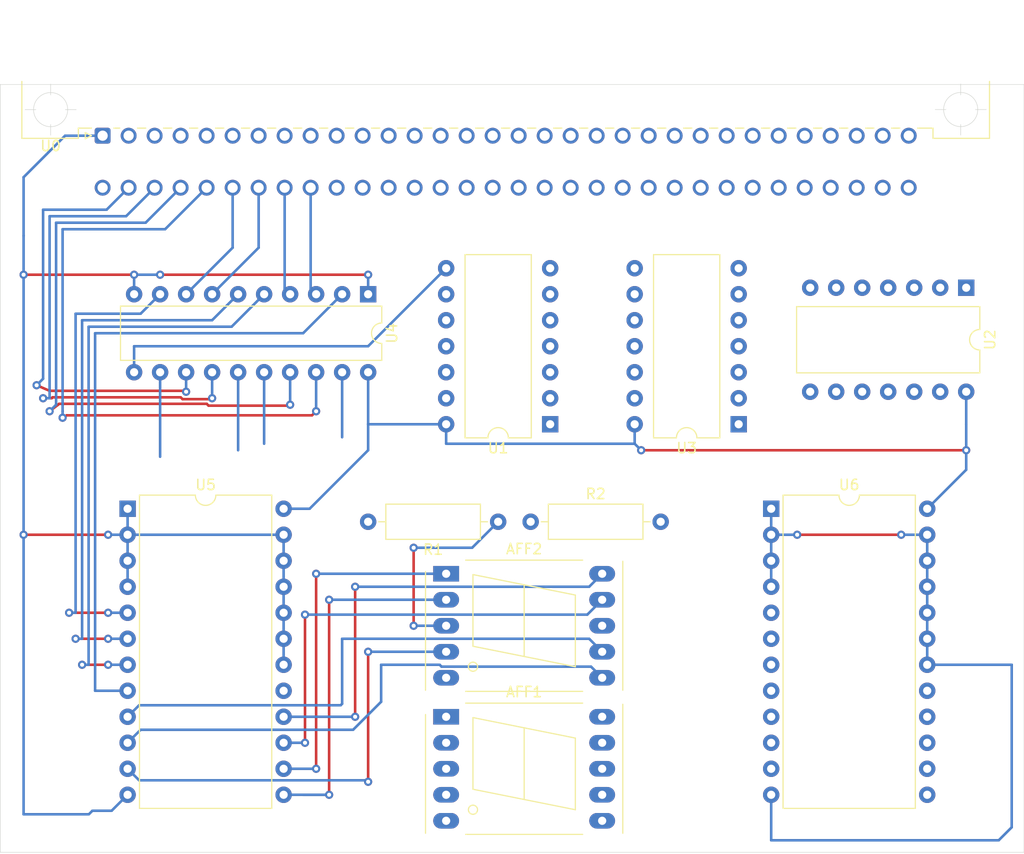
<source format=kicad_pcb>
(kicad_pcb (version 20171130) (host pcbnew "(5.1.12)-1")

  (general
    (thickness 1.6)
    (drawings 6)
    (tracks 224)
    (zones 0)
    (modules 11)
    (nets 102)
  )

  (page A4)
  (layers
    (0 F.Cu signal)
    (31 B.Cu signal)
    (32 B.Adhes user)
    (33 F.Adhes user)
    (34 B.Paste user)
    (35 F.Paste user)
    (36 B.SilkS user)
    (37 F.SilkS user)
    (38 B.Mask user)
    (39 F.Mask user)
    (40 Dwgs.User user)
    (41 Cmts.User user)
    (42 Eco1.User user)
    (43 Eco2.User user)
    (44 Edge.Cuts user)
    (45 Margin user)
    (46 B.CrtYd user)
    (47 F.CrtYd user)
    (48 B.Fab user)
    (49 F.Fab user)
  )

  (setup
    (last_trace_width 0.25)
    (trace_clearance 0.2)
    (zone_clearance 0.508)
    (zone_45_only no)
    (trace_min 0.2)
    (via_size 0.8)
    (via_drill 0.4)
    (via_min_size 0.4)
    (via_min_drill 0.3)
    (uvia_size 0.3)
    (uvia_drill 0.1)
    (uvias_allowed no)
    (uvia_min_size 0.2)
    (uvia_min_drill 0.1)
    (edge_width 0.05)
    (segment_width 0.2)
    (pcb_text_width 0.3)
    (pcb_text_size 1.5 1.5)
    (mod_edge_width 0.12)
    (mod_text_size 1 1)
    (mod_text_width 0.15)
    (pad_size 1.524 1.524)
    (pad_drill 0.762)
    (pad_to_mask_clearance 0)
    (aux_axis_origin 0 0)
    (visible_elements 7FFFFFFF)
    (pcbplotparams
      (layerselection 0x010fc_ffffffff)
      (usegerberextensions false)
      (usegerberattributes true)
      (usegerberadvancedattributes true)
      (creategerberjobfile true)
      (excludeedgelayer true)
      (linewidth 0.100000)
      (plotframeref false)
      (viasonmask false)
      (mode 1)
      (useauxorigin false)
      (hpglpennumber 1)
      (hpglpenspeed 20)
      (hpglpendiameter 15.000000)
      (psnegative false)
      (psa4output false)
      (plotreference true)
      (plotvalue true)
      (plotinvisibletext false)
      (padsonsilk false)
      (subtractmaskfromsilk false)
      (outputformat 1)
      (mirror false)
      (drillshape 1)
      (scaleselection 1)
      (outputdirectory ""))
  )

  (net 0 "")
  (net 1 "Net-(AFF1-Pad1)")
  (net 2 "Net-(AFF1-Pad2)")
  (net 3 "Net-(AFF1-Pad3)")
  (net 4 "Net-(AFF1-Pad4)")
  (net 5 "Net-(AFF1-Pad5)")
  (net 6 "Net-(AFF1-Pad6)")
  (net 7 "Net-(AFF1-Pad7)")
  (net 8 "Net-(AFF1-Pad9)")
  (net 9 "Net-(AFF1-Pad10)")
  (net 10 "Net-(AFF2-Pad1)")
  (net 11 "Net-(AFF2-Pad2)")
  (net 12 "Net-(AFF2-Pad3)")
  (net 13 "Net-(AFF2-Pad4)")
  (net 14 "Net-(AFF2-Pad5)")
  (net 15 "Net-(AFF2-Pad6)")
  (net 16 "Net-(AFF2-Pad7)")
  (net 17 "Net-(AFF2-Pad9)")
  (net 18 "Net-(AFF2-Pad10)")
  (net 19 +5V)
  (net 20 "Net-(U0-Padc32)")
  (net 21 A0)
  (net 22 A1)
  (net 23 A2)
  (net 24 A3)
  (net 25 A4)
  (net 26 A5)
  (net 27 A6)
  (net 28 A7)
  (net 29 A8)
  (net 30 A9)
  (net 31 "Net-(U0-Padc21)")
  (net 32 "Net-(U0-Padc20)")
  (net 33 "Net-(U0-Padc19)")
  (net 34 "Net-(U0-Padc18)")
  (net 35 "Net-(U0-Padc17)")
  (net 36 "Net-(U0-Padc16)")
  (net 37 "Net-(U0-Padc15)")
  (net 38 "Net-(U0-Padc14)")
  (net 39 "Net-(U0-Padc13)")
  (net 40 "Net-(U0-Padc12)")
  (net 41 AEN)
  (net 42 "Net-(U0-Padc10)")
  (net 43 D0)
  (net 44 D1)
  (net 45 D2)
  (net 46 D3)
  (net 47 D4)
  (net 48 D5)
  (net 49 D6)
  (net 50 D7)
  (net 51 "Net-(U0-Padc1)")
  (net 52 GND)
  (net 53 "Net-(U0-Pada30)")
  (net 54 "Net-(U0-Pada29)")
  (net 55 "Net-(U0-Pada28)")
  (net 56 "Net-(U0-Pada27)")
  (net 57 "Net-(U0-Pada26)")
  (net 58 "Net-(U0-Pada25)")
  (net 59 "Net-(U0-Pada24)")
  (net 60 "Net-(U0-Pada23)")
  (net 61 "Net-(U0-Pada22)")
  (net 62 "Net-(U0-Pada21)")
  (net 63 "Net-(U0-Pada20)")
  (net 64 "Net-(U0-Pada19)")
  (net 65 "Net-(U0-Pada18)")
  (net 66 "Net-(U0-Pada17)")
  (net 67 "Net-(U0-Pada16)")
  (net 68 "Net-(U0-Pada15)")
  (net 69 "Net-(U0-Pada14)")
  (net 70 IOW)
  (net 71 "Net-(U0-Pada12)")
  (net 72 "Net-(U0-Pada11)")
  (net 73 "Net-(U0-Pada10)")
  (net 74 "Net-(U0-Pada9)")
  (net 75 "Net-(U0-Pada8)")
  (net 76 "Net-(U0-Pada7)")
  (net 77 "Net-(U0-Pada6)")
  (net 78 "Net-(U0-Pada5)")
  (net 79 "Net-(U0-Pada4)")
  (net 80 "Net-(U0-Pada2)")
  (net 81 "Net-(U1-Pad13)")
  (net 82 "Net-(U1-Pad10)")
  (net 83 "Net-(U1-Pad12)")
  (net 84 "Net-(U1-Pad11)")
  (net 85 "Net-(U1-Pad8)")
  (net 86 "Net-(U2-Pad6)")
  (net 87 "Net-(U2-Pad12)")
  (net 88 "Net-(U2-Pad4)")
  (net 89 "Net-(U2-Pad10)")
  (net 90 "Net-(U2-Pad2)")
  (net 91 "Net-(U2-Pad8)")
  (net 92 "Net-(U4-Pad19)")
  (net 93 "Net-(U4-Pad9)")
  (net 94 "Net-(U4-Pad16)")
  (net 95 "Net-(U4-Pad6)")
  (net 96 "Net-(U4-Pad15)")
  (net 97 "Net-(U4-Pad5)")
  (net 98 "Net-(U4-Pad12)")
  (net 99 "Net-(U4-Pad2)")
  (net 100 "Net-(U5-Pad17)")
  (net 101 "Net-(U6-Pad17)")

  (net_class Default "This is the default net class."
    (clearance 0.2)
    (trace_width 0.25)
    (via_dia 0.8)
    (via_drill 0.4)
    (uvia_dia 0.3)
    (uvia_drill 0.1)
    (add_net +5V)
    (add_net A0)
    (add_net A1)
    (add_net A2)
    (add_net A3)
    (add_net A4)
    (add_net A5)
    (add_net A6)
    (add_net A7)
    (add_net A8)
    (add_net A9)
    (add_net AEN)
    (add_net D0)
    (add_net D1)
    (add_net D2)
    (add_net D3)
    (add_net D4)
    (add_net D5)
    (add_net D6)
    (add_net D7)
    (add_net GND)
    (add_net IOW)
    (add_net "Net-(AFF1-Pad1)")
    (add_net "Net-(AFF1-Pad10)")
    (add_net "Net-(AFF1-Pad2)")
    (add_net "Net-(AFF1-Pad3)")
    (add_net "Net-(AFF1-Pad4)")
    (add_net "Net-(AFF1-Pad5)")
    (add_net "Net-(AFF1-Pad6)")
    (add_net "Net-(AFF1-Pad7)")
    (add_net "Net-(AFF1-Pad9)")
    (add_net "Net-(AFF2-Pad1)")
    (add_net "Net-(AFF2-Pad10)")
    (add_net "Net-(AFF2-Pad2)")
    (add_net "Net-(AFF2-Pad3)")
    (add_net "Net-(AFF2-Pad4)")
    (add_net "Net-(AFF2-Pad5)")
    (add_net "Net-(AFF2-Pad6)")
    (add_net "Net-(AFF2-Pad7)")
    (add_net "Net-(AFF2-Pad9)")
    (add_net "Net-(U0-Pada10)")
    (add_net "Net-(U0-Pada11)")
    (add_net "Net-(U0-Pada12)")
    (add_net "Net-(U0-Pada14)")
    (add_net "Net-(U0-Pada15)")
    (add_net "Net-(U0-Pada16)")
    (add_net "Net-(U0-Pada17)")
    (add_net "Net-(U0-Pada18)")
    (add_net "Net-(U0-Pada19)")
    (add_net "Net-(U0-Pada2)")
    (add_net "Net-(U0-Pada20)")
    (add_net "Net-(U0-Pada21)")
    (add_net "Net-(U0-Pada22)")
    (add_net "Net-(U0-Pada23)")
    (add_net "Net-(U0-Pada24)")
    (add_net "Net-(U0-Pada25)")
    (add_net "Net-(U0-Pada26)")
    (add_net "Net-(U0-Pada27)")
    (add_net "Net-(U0-Pada28)")
    (add_net "Net-(U0-Pada29)")
    (add_net "Net-(U0-Pada30)")
    (add_net "Net-(U0-Pada4)")
    (add_net "Net-(U0-Pada5)")
    (add_net "Net-(U0-Pada6)")
    (add_net "Net-(U0-Pada7)")
    (add_net "Net-(U0-Pada8)")
    (add_net "Net-(U0-Pada9)")
    (add_net "Net-(U0-Padc1)")
    (add_net "Net-(U0-Padc10)")
    (add_net "Net-(U0-Padc12)")
    (add_net "Net-(U0-Padc13)")
    (add_net "Net-(U0-Padc14)")
    (add_net "Net-(U0-Padc15)")
    (add_net "Net-(U0-Padc16)")
    (add_net "Net-(U0-Padc17)")
    (add_net "Net-(U0-Padc18)")
    (add_net "Net-(U0-Padc19)")
    (add_net "Net-(U0-Padc20)")
    (add_net "Net-(U0-Padc21)")
    (add_net "Net-(U0-Padc32)")
    (add_net "Net-(U1-Pad10)")
    (add_net "Net-(U1-Pad11)")
    (add_net "Net-(U1-Pad12)")
    (add_net "Net-(U1-Pad13)")
    (add_net "Net-(U1-Pad8)")
    (add_net "Net-(U2-Pad10)")
    (add_net "Net-(U2-Pad12)")
    (add_net "Net-(U2-Pad2)")
    (add_net "Net-(U2-Pad4)")
    (add_net "Net-(U2-Pad6)")
    (add_net "Net-(U2-Pad8)")
    (add_net "Net-(U4-Pad12)")
    (add_net "Net-(U4-Pad15)")
    (add_net "Net-(U4-Pad16)")
    (add_net "Net-(U4-Pad19)")
    (add_net "Net-(U4-Pad2)")
    (add_net "Net-(U4-Pad5)")
    (add_net "Net-(U4-Pad6)")
    (add_net "Net-(U4-Pad9)")
    (add_net "Net-(U5-Pad17)")
    (add_net "Net-(U6-Pad17)")
  )

  (module Package_DIP:DIP-20_W7.62mm (layer F.Cu) (tedit 5A02E8C5) (tstamp 62390568)
    (at 114.935 70.485 270)
    (descr "20-lead though-hole mounted DIP package, row spacing 7.62 mm (300 mils)")
    (tags "THT DIP DIL PDIP 2.54mm 7.62mm 300mil")
    (path /6229634E)
    (fp_text reference U4 (at 3.81 -2.33 90) (layer F.SilkS)
      (effects (font (size 1 1) (thickness 0.15)))
    )
    (fp_text value 74HC374 (at 3.81 25.19 90) (layer F.Fab)
      (effects (font (size 1 1) (thickness 0.15)))
    )
    (fp_line (start 8.7 -1.55) (end -1.1 -1.55) (layer F.CrtYd) (width 0.05))
    (fp_line (start 8.7 24.4) (end 8.7 -1.55) (layer F.CrtYd) (width 0.05))
    (fp_line (start -1.1 24.4) (end 8.7 24.4) (layer F.CrtYd) (width 0.05))
    (fp_line (start -1.1 -1.55) (end -1.1 24.4) (layer F.CrtYd) (width 0.05))
    (fp_line (start 6.46 -1.33) (end 4.81 -1.33) (layer F.SilkS) (width 0.12))
    (fp_line (start 6.46 24.19) (end 6.46 -1.33) (layer F.SilkS) (width 0.12))
    (fp_line (start 1.16 24.19) (end 6.46 24.19) (layer F.SilkS) (width 0.12))
    (fp_line (start 1.16 -1.33) (end 1.16 24.19) (layer F.SilkS) (width 0.12))
    (fp_line (start 2.81 -1.33) (end 1.16 -1.33) (layer F.SilkS) (width 0.12))
    (fp_line (start 0.635 -0.27) (end 1.635 -1.27) (layer F.Fab) (width 0.1))
    (fp_line (start 0.635 24.13) (end 0.635 -0.27) (layer F.Fab) (width 0.1))
    (fp_line (start 6.985 24.13) (end 0.635 24.13) (layer F.Fab) (width 0.1))
    (fp_line (start 6.985 -1.27) (end 6.985 24.13) (layer F.Fab) (width 0.1))
    (fp_line (start 1.635 -1.27) (end 6.985 -1.27) (layer F.Fab) (width 0.1))
    (fp_text user %R (at 3.81 11.43 90) (layer F.Fab)
      (effects (font (size 1 1) (thickness 0.15)))
    )
    (fp_arc (start 3.81 -1.33) (end 2.81 -1.33) (angle -180) (layer F.SilkS) (width 0.12))
    (pad 20 thru_hole oval (at 7.62 0 270) (size 1.6 1.6) (drill 0.8) (layers *.Cu *.Mask)
      (net 19 +5V))
    (pad 10 thru_hole oval (at 0 22.86 270) (size 1.6 1.6) (drill 0.8) (layers *.Cu *.Mask)
      (net 52 GND))
    (pad 19 thru_hole oval (at 7.62 2.54 270) (size 1.6 1.6) (drill 0.8) (layers *.Cu *.Mask)
      (net 92 "Net-(U4-Pad19)"))
    (pad 9 thru_hole oval (at 0 20.32 270) (size 1.6 1.6) (drill 0.8) (layers *.Cu *.Mask)
      (net 93 "Net-(U4-Pad9)"))
    (pad 18 thru_hole oval (at 7.62 5.08 270) (size 1.6 1.6) (drill 0.8) (layers *.Cu *.Mask)
      (net 47 D4))
    (pad 8 thru_hole oval (at 0 17.78 270) (size 1.6 1.6) (drill 0.8) (layers *.Cu *.Mask)
      (net 46 D3))
    (pad 17 thru_hole oval (at 7.62 7.62 270) (size 1.6 1.6) (drill 0.8) (layers *.Cu *.Mask)
      (net 48 D5))
    (pad 7 thru_hole oval (at 0 15.24 270) (size 1.6 1.6) (drill 0.8) (layers *.Cu *.Mask)
      (net 45 D2))
    (pad 16 thru_hole oval (at 7.62 10.16 270) (size 1.6 1.6) (drill 0.8) (layers *.Cu *.Mask)
      (net 94 "Net-(U4-Pad16)"))
    (pad 6 thru_hole oval (at 0 12.7 270) (size 1.6 1.6) (drill 0.8) (layers *.Cu *.Mask)
      (net 95 "Net-(U4-Pad6)"))
    (pad 15 thru_hole oval (at 7.62 12.7 270) (size 1.6 1.6) (drill 0.8) (layers *.Cu *.Mask)
      (net 96 "Net-(U4-Pad15)"))
    (pad 5 thru_hole oval (at 0 10.16 270) (size 1.6 1.6) (drill 0.8) (layers *.Cu *.Mask)
      (net 97 "Net-(U4-Pad5)"))
    (pad 14 thru_hole oval (at 7.62 15.24 270) (size 1.6 1.6) (drill 0.8) (layers *.Cu *.Mask)
      (net 49 D6))
    (pad 4 thru_hole oval (at 0 7.62 270) (size 1.6 1.6) (drill 0.8) (layers *.Cu *.Mask)
      (net 44 D1))
    (pad 13 thru_hole oval (at 7.62 17.78 270) (size 1.6 1.6) (drill 0.8) (layers *.Cu *.Mask)
      (net 50 D7))
    (pad 3 thru_hole oval (at 0 5.08 270) (size 1.6 1.6) (drill 0.8) (layers *.Cu *.Mask)
      (net 43 D0))
    (pad 12 thru_hole oval (at 7.62 20.32 270) (size 1.6 1.6) (drill 0.8) (layers *.Cu *.Mask)
      (net 98 "Net-(U4-Pad12)"))
    (pad 2 thru_hole oval (at 0 2.54 270) (size 1.6 1.6) (drill 0.8) (layers *.Cu *.Mask)
      (net 99 "Net-(U4-Pad2)"))
    (pad 11 thru_hole oval (at 7.62 22.86 270) (size 1.6 1.6) (drill 0.8) (layers *.Cu *.Mask)
      (net 85 "Net-(U1-Pad8)"))
    (pad 1 thru_hole rect (at 0 0 270) (size 1.6 1.6) (drill 0.8) (layers *.Cu *.Mask)
      (net 52 GND))
    (model ${KISYS3DMOD}/Package_DIP.3dshapes/DIP-20_W7.62mm.wrl
      (at (xyz 0 0 0))
      (scale (xyz 1 1 1))
      (rotate (xyz 0 0 0))
    )
  )

  (module Connector_DIN:DIN41612_C_2x32_Male_Horizontal_THT (layer F.Cu) (tedit 5EAFCB7F) (tstamp 623904DA)
    (at 89 55)
    (descr "DIN41612 connector, type C, Horizontal, 3 rows 32 pins wide, https://www.erni-x-press.com/de/downloads/kataloge/englische_kataloge/erni-din41612-iec60603-2-e.pdf")
    (tags "DIN 41612 IEC 60603 C")
    (path /62412A68)
    (fp_text reference U0 (at -5.08 1) (layer F.SilkS)
      (effects (font (size 1 1) (thickness 0.15)))
    )
    (fp_text value BUS_EC1834_8Bit (at 39.37 7.62) (layer F.Fab)
      (effects (font (size 1 1) (thickness 0.15)))
    )
    (fp_line (start 39.37 -5.4) (end 39.37 -6.7) (layer Cmts.User) (width 0.1))
    (fp_line (start 39.37 -5.4) (end 39.57 -5.9) (layer Cmts.User) (width 0.1))
    (fp_line (start 39.17 -5.9) (end 39.37 -5.4) (layer Cmts.User) (width 0.1))
    (fp_line (start -7.63 -5.3) (end 86.37 -5.3) (layer Dwgs.User) (width 0.08))
    (fp_line (start 86.87 -13.23) (end -8.13 -13.23) (layer F.CrtYd) (width 0.05))
    (fp_line (start 86.87 0.5) (end 86.87 -13.23) (layer F.CrtYd) (width 0.05))
    (fp_line (start 80.02 0.5) (end 86.87 0.5) (layer F.CrtYd) (width 0.05))
    (fp_line (start 80.02 6.36) (end 80.02 0.5) (layer F.CrtYd) (width 0.05))
    (fp_line (start -1.27 6.36) (end 80.02 6.36) (layer F.CrtYd) (width 0.05))
    (fp_line (start -1.27 0.5) (end -1.27 6.36) (layer F.CrtYd) (width 0.05))
    (fp_line (start -8.13 0.5) (end -1.27 0.5) (layer F.CrtYd) (width 0.05))
    (fp_line (start -8.13 -13.23) (end -8.13 0.5) (layer F.CrtYd) (width 0.05))
    (fp_line (start 0.5 -1.9) (end 0 -1.2) (layer F.Fab) (width 0.1))
    (fp_line (start -0.5 -1.9) (end 0.5 -1.9) (layer F.Fab) (width 0.1))
    (fp_line (start 0 -1.2) (end -0.5 -1.9) (layer F.Fab) (width 0.1))
    (fp_line (start -1.695 0.3) (end -1.095 0) (layer F.SilkS) (width 0.12))
    (fp_line (start -1.695 -0.3) (end -1.695 0.3) (layer F.SilkS) (width 0.12))
    (fp_line (start -1.095 0) (end -1.695 -0.3) (layer F.SilkS) (width 0.12))
    (fp_line (start 79.61 -0.74) (end 81.11 -0.74) (layer F.SilkS) (width 0.12))
    (fp_line (start 77.07 -0.74) (end 77.871 -0.74) (layer F.SilkS) (width 0.12))
    (fp_line (start 74.53 -0.74) (end 75.331 -0.74) (layer F.SilkS) (width 0.12))
    (fp_line (start 71.99 -0.74) (end 72.791 -0.74) (layer F.SilkS) (width 0.12))
    (fp_line (start 69.45 -0.74) (end 70.251 -0.74) (layer F.SilkS) (width 0.12))
    (fp_line (start 66.91 -0.74) (end 67.711 -0.74) (layer F.SilkS) (width 0.12))
    (fp_line (start 64.37 -0.74) (end 65.171 -0.74) (layer F.SilkS) (width 0.12))
    (fp_line (start 61.83 -0.74) (end 62.631 -0.74) (layer F.SilkS) (width 0.12))
    (fp_line (start 59.29 -0.74) (end 60.091 -0.74) (layer F.SilkS) (width 0.12))
    (fp_line (start 56.75 -0.74) (end 57.551 -0.74) (layer F.SilkS) (width 0.12))
    (fp_line (start 54.21 -0.74) (end 55.011 -0.74) (layer F.SilkS) (width 0.12))
    (fp_line (start 51.67 -0.74) (end 52.471 -0.74) (layer F.SilkS) (width 0.12))
    (fp_line (start 49.13 -0.74) (end 49.931 -0.74) (layer F.SilkS) (width 0.12))
    (fp_line (start 46.59 -0.74) (end 47.391 -0.74) (layer F.SilkS) (width 0.12))
    (fp_line (start 44.05 -0.74) (end 44.851 -0.74) (layer F.SilkS) (width 0.12))
    (fp_line (start 41.51 -0.74) (end 42.311 -0.74) (layer F.SilkS) (width 0.12))
    (fp_line (start 38.97 -0.74) (end 39.771 -0.74) (layer F.SilkS) (width 0.12))
    (fp_line (start 36.43 -0.74) (end 37.231 -0.74) (layer F.SilkS) (width 0.12))
    (fp_line (start 33.89 -0.74) (end 34.691 -0.74) (layer F.SilkS) (width 0.12))
    (fp_line (start 31.35 -0.74) (end 32.151 -0.74) (layer F.SilkS) (width 0.12))
    (fp_line (start 28.81 -0.74) (end 29.611 -0.74) (layer F.SilkS) (width 0.12))
    (fp_line (start 26.27 -0.74) (end 27.071 -0.74) (layer F.SilkS) (width 0.12))
    (fp_line (start 23.73 -0.74) (end 24.531 -0.74) (layer F.SilkS) (width 0.12))
    (fp_line (start 21.19 -0.74) (end 21.991 -0.74) (layer F.SilkS) (width 0.12))
    (fp_line (start 18.65 -0.74) (end 19.451 -0.74) (layer F.SilkS) (width 0.12))
    (fp_line (start 16.11 -0.74) (end 16.911 -0.74) (layer F.SilkS) (width 0.12))
    (fp_line (start 13.57 -0.74) (end 14.371 -0.74) (layer F.SilkS) (width 0.12))
    (fp_line (start 11.03 -0.74) (end 11.831 -0.74) (layer F.SilkS) (width 0.12))
    (fp_line (start 8.49 -0.74) (end 9.291 -0.74) (layer F.SilkS) (width 0.12))
    (fp_line (start 5.95 -0.74) (end 6.751 -0.74) (layer F.SilkS) (width 0.12))
    (fp_line (start 3.41 -0.74) (end 4.211 -0.74) (layer F.SilkS) (width 0.12))
    (fp_line (start 1.095 -0.74) (end 1.671 -0.74) (layer F.SilkS) (width 0.12))
    (fp_line (start -2.371 -0.74) (end -1.095 -0.74) (layer F.SilkS) (width 0.12))
    (fp_line (start 81.11 0.26) (end 81.11 -0.74) (layer F.SilkS) (width 0.12))
    (fp_line (start 86.63 0.26) (end 81.11 0.26) (layer F.SilkS) (width 0.12))
    (fp_line (start 86.63 -5.3) (end 86.63 0.26) (layer F.SilkS) (width 0.12))
    (fp_line (start -2.37 0.26) (end -2.37 -0.74) (layer F.SilkS) (width 0.12))
    (fp_line (start -7.89 0.26) (end -2.37 0.26) (layer F.SilkS) (width 0.12))
    (fp_line (start -7.89 -5.3) (end -7.89 0.26) (layer F.SilkS) (width 0.12))
    (fp_line (start 83.12 -12.74) (end -4.38 -12.74) (layer F.Fab) (width 0.1))
    (fp_line (start 83.12 -6.74) (end 83.12 -12.74) (layer F.Fab) (width 0.1))
    (fp_line (start 86.37 -6.74) (end 83.12 -6.74) (layer F.Fab) (width 0.1))
    (fp_line (start 86.37 0) (end 86.37 -6.74) (layer F.Fab) (width 0.1))
    (fp_line (start 81.37 0) (end 86.37 0) (layer F.Fab) (width 0.1))
    (fp_line (start 81.37 -1) (end 81.37 0) (layer F.Fab) (width 0.1))
    (fp_line (start -2.63 -1) (end 81.37 -1) (layer F.Fab) (width 0.1))
    (fp_line (start -2.63 0) (end -2.63 -1) (layer F.Fab) (width 0.1))
    (fp_line (start -7.63 0) (end -2.63 0) (layer F.Fab) (width 0.1))
    (fp_line (start -7.63 -6.74) (end -7.63 0) (layer F.Fab) (width 0.1))
    (fp_line (start -4.38 -6.74) (end -7.63 -6.74) (layer F.Fab) (width 0.1))
    (fp_line (start -4.38 -12.74) (end -4.38 -6.74) (layer F.Fab) (width 0.1))
    (fp_text user "Board edge" (at 39.37 -7.3) (layer Cmts.User)
      (effects (font (size 0.7 0.7) (thickness 0.1)))
    )
    (fp_text user %R (at 39.37 -2.54) (layer F.Fab)
      (effects (font (size 1 1) (thickness 0.15)))
    )
    (pad c32 thru_hole circle (at 78.74 5.08) (size 1.55 1.55) (drill 1) (layers *.Cu *.Mask)
      (net 20 "Net-(U0-Padc32)"))
    (pad c31 thru_hole circle (at 76.2 5.08) (size 1.55 1.55) (drill 1) (layers *.Cu *.Mask)
      (net 21 A0))
    (pad c30 thru_hole circle (at 73.66 5.08) (size 1.55 1.55) (drill 1) (layers *.Cu *.Mask)
      (net 22 A1))
    (pad c29 thru_hole circle (at 71.12 5.08) (size 1.55 1.55) (drill 1) (layers *.Cu *.Mask)
      (net 23 A2))
    (pad c28 thru_hole circle (at 68.58 5.08) (size 1.55 1.55) (drill 1) (layers *.Cu *.Mask)
      (net 24 A3))
    (pad c27 thru_hole circle (at 66.04 5.08) (size 1.55 1.55) (drill 1) (layers *.Cu *.Mask)
      (net 25 A4))
    (pad c26 thru_hole circle (at 63.5 5.08) (size 1.55 1.55) (drill 1) (layers *.Cu *.Mask)
      (net 26 A5))
    (pad c25 thru_hole circle (at 60.96 5.08) (size 1.55 1.55) (drill 1) (layers *.Cu *.Mask)
      (net 27 A6))
    (pad c24 thru_hole circle (at 58.42 5.08) (size 1.55 1.55) (drill 1) (layers *.Cu *.Mask)
      (net 28 A7))
    (pad c23 thru_hole circle (at 55.88 5.08) (size 1.55 1.55) (drill 1) (layers *.Cu *.Mask)
      (net 29 A8))
    (pad c22 thru_hole circle (at 53.34 5.08) (size 1.55 1.55) (drill 1) (layers *.Cu *.Mask)
      (net 30 A9))
    (pad c21 thru_hole circle (at 50.8 5.08) (size 1.55 1.55) (drill 1) (layers *.Cu *.Mask)
      (net 31 "Net-(U0-Padc21)"))
    (pad c20 thru_hole circle (at 48.26 5.08) (size 1.55 1.55) (drill 1) (layers *.Cu *.Mask)
      (net 32 "Net-(U0-Padc20)"))
    (pad c19 thru_hole circle (at 45.72 5.08) (size 1.55 1.55) (drill 1) (layers *.Cu *.Mask)
      (net 33 "Net-(U0-Padc19)"))
    (pad c18 thru_hole circle (at 43.18 5.08) (size 1.55 1.55) (drill 1) (layers *.Cu *.Mask)
      (net 34 "Net-(U0-Padc18)"))
    (pad c17 thru_hole circle (at 40.64 5.08) (size 1.55 1.55) (drill 1) (layers *.Cu *.Mask)
      (net 35 "Net-(U0-Padc17)"))
    (pad c16 thru_hole circle (at 38.1 5.08) (size 1.55 1.55) (drill 1) (layers *.Cu *.Mask)
      (net 36 "Net-(U0-Padc16)"))
    (pad c15 thru_hole circle (at 35.56 5.08) (size 1.55 1.55) (drill 1) (layers *.Cu *.Mask)
      (net 37 "Net-(U0-Padc15)"))
    (pad c14 thru_hole circle (at 33.02 5.08) (size 1.55 1.55) (drill 1) (layers *.Cu *.Mask)
      (net 38 "Net-(U0-Padc14)"))
    (pad c13 thru_hole circle (at 30.48 5.08) (size 1.55 1.55) (drill 1) (layers *.Cu *.Mask)
      (net 39 "Net-(U0-Padc13)"))
    (pad c12 thru_hole circle (at 27.94 5.08) (size 1.55 1.55) (drill 1) (layers *.Cu *.Mask)
      (net 40 "Net-(U0-Padc12)"))
    (pad c11 thru_hole circle (at 25.4 5.08) (size 1.55 1.55) (drill 1) (layers *.Cu *.Mask)
      (net 41 AEN))
    (pad c10 thru_hole circle (at 22.86 5.08) (size 1.55 1.55) (drill 1) (layers *.Cu *.Mask)
      (net 42 "Net-(U0-Padc10)"))
    (pad c9 thru_hole circle (at 20.32 5.08) (size 1.55 1.55) (drill 1) (layers *.Cu *.Mask)
      (net 43 D0))
    (pad c8 thru_hole circle (at 17.78 5.08) (size 1.55 1.55) (drill 1) (layers *.Cu *.Mask)
      (net 44 D1))
    (pad c7 thru_hole circle (at 15.24 5.08) (size 1.55 1.55) (drill 1) (layers *.Cu *.Mask)
      (net 45 D2))
    (pad c6 thru_hole circle (at 12.7 5.08) (size 1.55 1.55) (drill 1) (layers *.Cu *.Mask)
      (net 46 D3))
    (pad c5 thru_hole circle (at 10.16 5.08) (size 1.55 1.55) (drill 1) (layers *.Cu *.Mask)
      (net 47 D4))
    (pad c4 thru_hole circle (at 7.62 5.08) (size 1.55 1.55) (drill 1) (layers *.Cu *.Mask)
      (net 48 D5))
    (pad c3 thru_hole circle (at 5.08 5.08) (size 1.55 1.55) (drill 1) (layers *.Cu *.Mask)
      (net 49 D6))
    (pad c2 thru_hole circle (at 2.54 5.08) (size 1.55 1.55) (drill 1) (layers *.Cu *.Mask)
      (net 50 D7))
    (pad c1 thru_hole circle (at 0 5.08) (size 1.55 1.55) (drill 1) (layers *.Cu *.Mask)
      (net 51 "Net-(U0-Padc1)"))
    (pad a32 thru_hole circle (at 78.74 0) (size 1.55 1.55) (drill 1) (layers *.Cu *.Mask)
      (net 52 GND))
    (pad a31 thru_hole circle (at 76.2 0) (size 1.55 1.55) (drill 1) (layers *.Cu *.Mask)
      (net 52 GND))
    (pad a30 thru_hole circle (at 73.66 0) (size 1.55 1.55) (drill 1) (layers *.Cu *.Mask)
      (net 53 "Net-(U0-Pada30)"))
    (pad a29 thru_hole circle (at 71.12 0) (size 1.55 1.55) (drill 1) (layers *.Cu *.Mask)
      (net 54 "Net-(U0-Pada29)"))
    (pad a28 thru_hole circle (at 68.58 0) (size 1.55 1.55) (drill 1) (layers *.Cu *.Mask)
      (net 55 "Net-(U0-Pada28)"))
    (pad a27 thru_hole circle (at 66.04 0) (size 1.55 1.55) (drill 1) (layers *.Cu *.Mask)
      (net 56 "Net-(U0-Pada27)"))
    (pad a26 thru_hole circle (at 63.5 0) (size 1.55 1.55) (drill 1) (layers *.Cu *.Mask)
      (net 57 "Net-(U0-Pada26)"))
    (pad a25 thru_hole circle (at 60.96 0) (size 1.55 1.55) (drill 1) (layers *.Cu *.Mask)
      (net 58 "Net-(U0-Pada25)"))
    (pad a24 thru_hole circle (at 58.42 0) (size 1.55 1.55) (drill 1) (layers *.Cu *.Mask)
      (net 59 "Net-(U0-Pada24)"))
    (pad a23 thru_hole circle (at 55.88 0) (size 1.55 1.55) (drill 1) (layers *.Cu *.Mask)
      (net 60 "Net-(U0-Pada23)"))
    (pad a22 thru_hole circle (at 53.34 0) (size 1.55 1.55) (drill 1) (layers *.Cu *.Mask)
      (net 61 "Net-(U0-Pada22)"))
    (pad a21 thru_hole circle (at 50.8 0) (size 1.55 1.55) (drill 1) (layers *.Cu *.Mask)
      (net 62 "Net-(U0-Pada21)"))
    (pad a20 thru_hole circle (at 48.26 0) (size 1.55 1.55) (drill 1) (layers *.Cu *.Mask)
      (net 63 "Net-(U0-Pada20)"))
    (pad a19 thru_hole circle (at 45.72 0) (size 1.55 1.55) (drill 1) (layers *.Cu *.Mask)
      (net 64 "Net-(U0-Pada19)"))
    (pad a18 thru_hole circle (at 43.18 0) (size 1.55 1.55) (drill 1) (layers *.Cu *.Mask)
      (net 65 "Net-(U0-Pada18)"))
    (pad a17 thru_hole circle (at 40.64 0) (size 1.55 1.55) (drill 1) (layers *.Cu *.Mask)
      (net 66 "Net-(U0-Pada17)"))
    (pad a16 thru_hole circle (at 38.1 0) (size 1.55 1.55) (drill 1) (layers *.Cu *.Mask)
      (net 67 "Net-(U0-Pada16)"))
    (pad a15 thru_hole circle (at 35.56 0) (size 1.55 1.55) (drill 1) (layers *.Cu *.Mask)
      (net 68 "Net-(U0-Pada15)"))
    (pad a14 thru_hole circle (at 33.02 0) (size 1.55 1.55) (drill 1) (layers *.Cu *.Mask)
      (net 69 "Net-(U0-Pada14)"))
    (pad a13 thru_hole circle (at 30.48 0) (size 1.55 1.55) (drill 1) (layers *.Cu *.Mask)
      (net 70 IOW))
    (pad a12 thru_hole circle (at 27.94 0) (size 1.55 1.55) (drill 1) (layers *.Cu *.Mask)
      (net 71 "Net-(U0-Pada12)"))
    (pad a11 thru_hole circle (at 25.4 0) (size 1.55 1.55) (drill 1) (layers *.Cu *.Mask)
      (net 72 "Net-(U0-Pada11)"))
    (pad a10 thru_hole circle (at 22.86 0) (size 1.55 1.55) (drill 1) (layers *.Cu *.Mask)
      (net 73 "Net-(U0-Pada10)"))
    (pad a9 thru_hole circle (at 20.32 0) (size 1.55 1.55) (drill 1) (layers *.Cu *.Mask)
      (net 74 "Net-(U0-Pada9)"))
    (pad a8 thru_hole circle (at 17.78 0) (size 1.55 1.55) (drill 1) (layers *.Cu *.Mask)
      (net 75 "Net-(U0-Pada8)"))
    (pad a7 thru_hole circle (at 15.24 0) (size 1.55 1.55) (drill 1) (layers *.Cu *.Mask)
      (net 76 "Net-(U0-Pada7)"))
    (pad a6 thru_hole circle (at 12.7 0) (size 1.55 1.55) (drill 1) (layers *.Cu *.Mask)
      (net 77 "Net-(U0-Pada6)"))
    (pad a5 thru_hole circle (at 10.16 0) (size 1.55 1.55) (drill 1) (layers *.Cu *.Mask)
      (net 78 "Net-(U0-Pada5)"))
    (pad a4 thru_hole circle (at 7.62 0) (size 1.55 1.55) (drill 1) (layers *.Cu *.Mask)
      (net 79 "Net-(U0-Pada4)"))
    (pad a3 thru_hole circle (at 5.08 0) (size 1.55 1.55) (drill 1) (layers *.Cu *.Mask)
      (net 19 +5V))
    (pad a2 thru_hole circle (at 2.54 0) (size 1.55 1.55) (drill 1) (layers *.Cu *.Mask)
      (net 80 "Net-(U0-Pada2)"))
    (pad a1 thru_hole roundrect (at 0 0) (size 1.55 1.55) (drill 1) (layers *.Cu *.Mask) (roundrect_rratio 0.16129)
      (net 52 GND))
    (pad "" np_thru_hole circle (at 83.82 -2.54) (size 2.85 2.85) (drill 2.85) (layers *.Cu *.Mask))
    (pad "" np_thru_hole circle (at -5.08 -2.54) (size 2.85 2.85) (drill 2.85) (layers *.Cu *.Mask))
    (model ${KISYS3DMOD}/Connector_DIN.3dshapes/DIN41612_C_2x32_Male_Horizontal_THT.wrl
      (at (xyz 0 0 0))
      (scale (xyz 1 1 1))
      (rotate (xyz 0 0 0))
    )
  )

  (module Package_DIP:DIP-24_W15.24mm (layer F.Cu) (tedit 5A02E8C5) (tstamp 623905C0)
    (at 154.305 91.44)
    (descr "24-lead though-hole mounted DIP package, row spacing 15.24 mm (600 mils)")
    (tags "THT DIP DIL PDIP 2.54mm 15.24mm 600mil")
    (path /62307A1B)
    (fp_text reference U6 (at 7.62 -2.33) (layer F.SilkS)
      (effects (font (size 1 1) (thickness 0.15)))
    )
    (fp_text value 2732 (at 7.62 30.27) (layer F.Fab)
      (effects (font (size 1 1) (thickness 0.15)))
    )
    (fp_line (start 16.3 -1.55) (end -1.05 -1.55) (layer F.CrtYd) (width 0.05))
    (fp_line (start 16.3 29.5) (end 16.3 -1.55) (layer F.CrtYd) (width 0.05))
    (fp_line (start -1.05 29.5) (end 16.3 29.5) (layer F.CrtYd) (width 0.05))
    (fp_line (start -1.05 -1.55) (end -1.05 29.5) (layer F.CrtYd) (width 0.05))
    (fp_line (start 14.08 -1.33) (end 8.62 -1.33) (layer F.SilkS) (width 0.12))
    (fp_line (start 14.08 29.27) (end 14.08 -1.33) (layer F.SilkS) (width 0.12))
    (fp_line (start 1.16 29.27) (end 14.08 29.27) (layer F.SilkS) (width 0.12))
    (fp_line (start 1.16 -1.33) (end 1.16 29.27) (layer F.SilkS) (width 0.12))
    (fp_line (start 6.62 -1.33) (end 1.16 -1.33) (layer F.SilkS) (width 0.12))
    (fp_line (start 0.255 -0.27) (end 1.255 -1.27) (layer F.Fab) (width 0.1))
    (fp_line (start 0.255 29.21) (end 0.255 -0.27) (layer F.Fab) (width 0.1))
    (fp_line (start 14.985 29.21) (end 0.255 29.21) (layer F.Fab) (width 0.1))
    (fp_line (start 14.985 -1.27) (end 14.985 29.21) (layer F.Fab) (width 0.1))
    (fp_line (start 1.255 -1.27) (end 14.985 -1.27) (layer F.Fab) (width 0.1))
    (fp_text user %R (at 7.62 13.97) (layer F.Fab)
      (effects (font (size 1 1) (thickness 0.15)))
    )
    (fp_arc (start 7.62 -1.33) (end 6.62 -1.33) (angle -180) (layer F.SilkS) (width 0.12))
    (pad 24 thru_hole oval (at 15.24 0) (size 1.6 1.6) (drill 0.8) (layers *.Cu *.Mask)
      (net 19 +5V))
    (pad 12 thru_hole oval (at 0 27.94) (size 1.6 1.6) (drill 0.8) (layers *.Cu *.Mask)
      (net 52 GND))
    (pad 23 thru_hole oval (at 15.24 2.54) (size 1.6 1.6) (drill 0.8) (layers *.Cu *.Mask)
      (net 52 GND))
    (pad 11 thru_hole oval (at 0 25.4) (size 1.6 1.6) (drill 0.8) (layers *.Cu *.Mask)
      (net 4 "Net-(AFF1-Pad4)"))
    (pad 22 thru_hole oval (at 15.24 5.08) (size 1.6 1.6) (drill 0.8) (layers *.Cu *.Mask)
      (net 52 GND))
    (pad 10 thru_hole oval (at 0 22.86) (size 1.6 1.6) (drill 0.8) (layers *.Cu *.Mask)
      (net 6 "Net-(AFF1-Pad6)"))
    (pad 21 thru_hole oval (at 15.24 7.62) (size 1.6 1.6) (drill 0.8) (layers *.Cu *.Mask)
      (net 52 GND))
    (pad 9 thru_hole oval (at 0 20.32) (size 1.6 1.6) (drill 0.8) (layers *.Cu *.Mask)
      (net 7 "Net-(AFF1-Pad7)"))
    (pad 20 thru_hole oval (at 15.24 10.16) (size 1.6 1.6) (drill 0.8) (layers *.Cu *.Mask)
      (net 52 GND))
    (pad 8 thru_hole oval (at 0 17.78) (size 1.6 1.6) (drill 0.8) (layers *.Cu *.Mask)
      (net 92 "Net-(U4-Pad19)"))
    (pad 19 thru_hole oval (at 15.24 12.7) (size 1.6 1.6) (drill 0.8) (layers *.Cu *.Mask)
      (net 52 GND))
    (pad 7 thru_hole oval (at 0 15.24) (size 1.6 1.6) (drill 0.8) (layers *.Cu *.Mask)
      (net 94 "Net-(U4-Pad16)"))
    (pad 18 thru_hole oval (at 15.24 15.24) (size 1.6 1.6) (drill 0.8) (layers *.Cu *.Mask)
      (net 52 GND))
    (pad 6 thru_hole oval (at 0 12.7) (size 1.6 1.6) (drill 0.8) (layers *.Cu *.Mask)
      (net 96 "Net-(U4-Pad15)"))
    (pad 17 thru_hole oval (at 15.24 17.78) (size 1.6 1.6) (drill 0.8) (layers *.Cu *.Mask)
      (net 101 "Net-(U6-Pad17)"))
    (pad 5 thru_hole oval (at 0 10.16) (size 1.6 1.6) (drill 0.8) (layers *.Cu *.Mask)
      (net 98 "Net-(U4-Pad12)"))
    (pad 16 thru_hole oval (at 15.24 20.32) (size 1.6 1.6) (drill 0.8) (layers *.Cu *.Mask)
      (net 9 "Net-(AFF1-Pad10)"))
    (pad 4 thru_hole oval (at 0 7.62) (size 1.6 1.6) (drill 0.8) (layers *.Cu *.Mask)
      (net 52 GND))
    (pad 15 thru_hole oval (at 15.24 22.86) (size 1.6 1.6) (drill 0.8) (layers *.Cu *.Mask)
      (net 8 "Net-(AFF1-Pad9)"))
    (pad 3 thru_hole oval (at 0 5.08) (size 1.6 1.6) (drill 0.8) (layers *.Cu *.Mask)
      (net 52 GND))
    (pad 14 thru_hole oval (at 15.24 25.4) (size 1.6 1.6) (drill 0.8) (layers *.Cu *.Mask)
      (net 1 "Net-(AFF1-Pad1)"))
    (pad 2 thru_hole oval (at 0 2.54) (size 1.6 1.6) (drill 0.8) (layers *.Cu *.Mask)
      (net 52 GND))
    (pad 13 thru_hole oval (at 15.24 27.94) (size 1.6 1.6) (drill 0.8) (layers *.Cu *.Mask)
      (net 2 "Net-(AFF1-Pad2)"))
    (pad 1 thru_hole rect (at 0 0) (size 1.6 1.6) (drill 0.8) (layers *.Cu *.Mask)
      (net 52 GND))
    (model ${KISYS3DMOD}/Package_DIP.3dshapes/DIP-24_W15.24mm.wrl
      (at (xyz 0 0 0))
      (scale (xyz 1 1 1))
      (rotate (xyz 0 0 0))
    )
  )

  (module Package_DIP:DIP-24_W15.24mm (layer F.Cu) (tedit 5A02E8C5) (tstamp 62390594)
    (at 91.44 91.44)
    (descr "24-lead though-hole mounted DIP package, row spacing 15.24 mm (600 mils)")
    (tags "THT DIP DIL PDIP 2.54mm 15.24mm 600mil")
    (path /6230858C)
    (fp_text reference U5 (at 7.62 -2.33) (layer F.SilkS)
      (effects (font (size 1 1) (thickness 0.15)))
    )
    (fp_text value 2732 (at 7.62 30.27) (layer F.Fab)
      (effects (font (size 1 1) (thickness 0.15)))
    )
    (fp_line (start 16.3 -1.55) (end -1.05 -1.55) (layer F.CrtYd) (width 0.05))
    (fp_line (start 16.3 29.5) (end 16.3 -1.55) (layer F.CrtYd) (width 0.05))
    (fp_line (start -1.05 29.5) (end 16.3 29.5) (layer F.CrtYd) (width 0.05))
    (fp_line (start -1.05 -1.55) (end -1.05 29.5) (layer F.CrtYd) (width 0.05))
    (fp_line (start 14.08 -1.33) (end 8.62 -1.33) (layer F.SilkS) (width 0.12))
    (fp_line (start 14.08 29.27) (end 14.08 -1.33) (layer F.SilkS) (width 0.12))
    (fp_line (start 1.16 29.27) (end 14.08 29.27) (layer F.SilkS) (width 0.12))
    (fp_line (start 1.16 -1.33) (end 1.16 29.27) (layer F.SilkS) (width 0.12))
    (fp_line (start 6.62 -1.33) (end 1.16 -1.33) (layer F.SilkS) (width 0.12))
    (fp_line (start 0.255 -0.27) (end 1.255 -1.27) (layer F.Fab) (width 0.1))
    (fp_line (start 0.255 29.21) (end 0.255 -0.27) (layer F.Fab) (width 0.1))
    (fp_line (start 14.985 29.21) (end 0.255 29.21) (layer F.Fab) (width 0.1))
    (fp_line (start 14.985 -1.27) (end 14.985 29.21) (layer F.Fab) (width 0.1))
    (fp_line (start 1.255 -1.27) (end 14.985 -1.27) (layer F.Fab) (width 0.1))
    (fp_text user %R (at 7.62 13.97) (layer F.Fab)
      (effects (font (size 1 1) (thickness 0.15)))
    )
    (fp_arc (start 7.62 -1.33) (end 6.62 -1.33) (angle -180) (layer F.SilkS) (width 0.12))
    (pad 24 thru_hole oval (at 15.24 0) (size 1.6 1.6) (drill 0.8) (layers *.Cu *.Mask)
      (net 19 +5V))
    (pad 12 thru_hole oval (at 0 27.94) (size 1.6 1.6) (drill 0.8) (layers *.Cu *.Mask)
      (net 52 GND))
    (pad 23 thru_hole oval (at 15.24 2.54) (size 1.6 1.6) (drill 0.8) (layers *.Cu *.Mask)
      (net 52 GND))
    (pad 11 thru_hole oval (at 0 25.4) (size 1.6 1.6) (drill 0.8) (layers *.Cu *.Mask)
      (net 13 "Net-(AFF2-Pad4)"))
    (pad 22 thru_hole oval (at 15.24 5.08) (size 1.6 1.6) (drill 0.8) (layers *.Cu *.Mask)
      (net 52 GND))
    (pad 10 thru_hole oval (at 0 22.86) (size 1.6 1.6) (drill 0.8) (layers *.Cu *.Mask)
      (net 15 "Net-(AFF2-Pad6)"))
    (pad 21 thru_hole oval (at 15.24 7.62) (size 1.6 1.6) (drill 0.8) (layers *.Cu *.Mask)
      (net 52 GND))
    (pad 9 thru_hole oval (at 0 20.32) (size 1.6 1.6) (drill 0.8) (layers *.Cu *.Mask)
      (net 16 "Net-(AFF2-Pad7)"))
    (pad 20 thru_hole oval (at 15.24 10.16) (size 1.6 1.6) (drill 0.8) (layers *.Cu *.Mask)
      (net 52 GND))
    (pad 8 thru_hole oval (at 0 17.78) (size 1.6 1.6) (drill 0.8) (layers *.Cu *.Mask)
      (net 99 "Net-(U4-Pad2)"))
    (pad 19 thru_hole oval (at 15.24 12.7) (size 1.6 1.6) (drill 0.8) (layers *.Cu *.Mask)
      (net 52 GND))
    (pad 7 thru_hole oval (at 0 15.24) (size 1.6 1.6) (drill 0.8) (layers *.Cu *.Mask)
      (net 97 "Net-(U4-Pad5)"))
    (pad 18 thru_hole oval (at 15.24 15.24) (size 1.6 1.6) (drill 0.8) (layers *.Cu *.Mask)
      (net 52 GND))
    (pad 6 thru_hole oval (at 0 12.7) (size 1.6 1.6) (drill 0.8) (layers *.Cu *.Mask)
      (net 95 "Net-(U4-Pad6)"))
    (pad 17 thru_hole oval (at 15.24 17.78) (size 1.6 1.6) (drill 0.8) (layers *.Cu *.Mask)
      (net 100 "Net-(U5-Pad17)"))
    (pad 5 thru_hole oval (at 0 10.16) (size 1.6 1.6) (drill 0.8) (layers *.Cu *.Mask)
      (net 93 "Net-(U4-Pad9)"))
    (pad 16 thru_hole oval (at 15.24 20.32) (size 1.6 1.6) (drill 0.8) (layers *.Cu *.Mask)
      (net 18 "Net-(AFF2-Pad10)"))
    (pad 4 thru_hole oval (at 0 7.62) (size 1.6 1.6) (drill 0.8) (layers *.Cu *.Mask)
      (net 52 GND))
    (pad 15 thru_hole oval (at 15.24 22.86) (size 1.6 1.6) (drill 0.8) (layers *.Cu *.Mask)
      (net 17 "Net-(AFF2-Pad9)"))
    (pad 3 thru_hole oval (at 0 5.08) (size 1.6 1.6) (drill 0.8) (layers *.Cu *.Mask)
      (net 52 GND))
    (pad 14 thru_hole oval (at 15.24 25.4) (size 1.6 1.6) (drill 0.8) (layers *.Cu *.Mask)
      (net 10 "Net-(AFF2-Pad1)"))
    (pad 2 thru_hole oval (at 0 2.54) (size 1.6 1.6) (drill 0.8) (layers *.Cu *.Mask)
      (net 52 GND))
    (pad 13 thru_hole oval (at 15.24 27.94) (size 1.6 1.6) (drill 0.8) (layers *.Cu *.Mask)
      (net 11 "Net-(AFF2-Pad2)"))
    (pad 1 thru_hole rect (at 0 0) (size 1.6 1.6) (drill 0.8) (layers *.Cu *.Mask)
      (net 52 GND))
    (model ${KISYS3DMOD}/Package_DIP.3dshapes/DIP-24_W15.24mm.wrl
      (at (xyz 0 0 0))
      (scale (xyz 1 1 1))
      (rotate (xyz 0 0 0))
    )
  )

  (module Package_DIP:DIP-14_W10.16mm (layer F.Cu) (tedit 5A02E8C5) (tstamp 62390540)
    (at 151.13 83.185 180)
    (descr "14-lead though-hole mounted DIP package, row spacing 10.16 mm (400 mils)")
    (tags "THT DIP DIL PDIP 2.54mm 10.16mm 400mil")
    (path /62295018)
    (fp_text reference U3 (at 5.08 -2.33) (layer F.SilkS)
      (effects (font (size 1 1) (thickness 0.15)))
    )
    (fp_text value 7430 (at 5.08 17.57) (layer F.Fab)
      (effects (font (size 1 1) (thickness 0.15)))
    )
    (fp_line (start 11.25 -1.55) (end -1.05 -1.55) (layer F.CrtYd) (width 0.05))
    (fp_line (start 11.25 16.8) (end 11.25 -1.55) (layer F.CrtYd) (width 0.05))
    (fp_line (start -1.05 16.8) (end 11.25 16.8) (layer F.CrtYd) (width 0.05))
    (fp_line (start -1.05 -1.55) (end -1.05 16.8) (layer F.CrtYd) (width 0.05))
    (fp_line (start 8.315 -1.33) (end 6.08 -1.33) (layer F.SilkS) (width 0.12))
    (fp_line (start 8.315 16.57) (end 8.315 -1.33) (layer F.SilkS) (width 0.12))
    (fp_line (start 1.845 16.57) (end 8.315 16.57) (layer F.SilkS) (width 0.12))
    (fp_line (start 1.845 -1.33) (end 1.845 16.57) (layer F.SilkS) (width 0.12))
    (fp_line (start 4.08 -1.33) (end 1.845 -1.33) (layer F.SilkS) (width 0.12))
    (fp_line (start 1.905 -0.27) (end 2.905 -1.27) (layer F.Fab) (width 0.1))
    (fp_line (start 1.905 16.51) (end 1.905 -0.27) (layer F.Fab) (width 0.1))
    (fp_line (start 8.255 16.51) (end 1.905 16.51) (layer F.Fab) (width 0.1))
    (fp_line (start 8.255 -1.27) (end 8.255 16.51) (layer F.Fab) (width 0.1))
    (fp_line (start 2.905 -1.27) (end 8.255 -1.27) (layer F.Fab) (width 0.1))
    (fp_text user %R (at 5.08 7.62) (layer F.Fab)
      (effects (font (size 1 1) (thickness 0.15)))
    )
    (fp_arc (start 5.08 -1.33) (end 4.08 -1.33) (angle -180) (layer F.SilkS) (width 0.12))
    (pad 14 thru_hole oval (at 10.16 0 180) (size 1.6 1.6) (drill 0.8) (layers *.Cu *.Mask)
      (net 19 +5V))
    (pad 7 thru_hole oval (at 0 15.24 180) (size 1.6 1.6) (drill 0.8) (layers *.Cu *.Mask)
      (net 52 GND))
    (pad 13 thru_hole oval (at 10.16 2.54 180) (size 1.6 1.6) (drill 0.8) (layers *.Cu *.Mask))
    (pad 6 thru_hole oval (at 0 12.7 180) (size 1.6 1.6) (drill 0.8) (layers *.Cu *.Mask)
      (net 86 "Net-(U2-Pad6)"))
    (pad 12 thru_hole oval (at 10.16 5.08 180) (size 1.6 1.6) (drill 0.8) (layers *.Cu *.Mask)
      (net 26 A5))
    (pad 5 thru_hole oval (at 0 10.16 180) (size 1.6 1.6) (drill 0.8) (layers *.Cu *.Mask)
      (net 88 "Net-(U2-Pad4)"))
    (pad 11 thru_hole oval (at 10.16 7.62 180) (size 1.6 1.6) (drill 0.8) (layers *.Cu *.Mask)
      (net 27 A6))
    (pad 4 thru_hole oval (at 0 7.62 180) (size 1.6 1.6) (drill 0.8) (layers *.Cu *.Mask)
      (net 90 "Net-(U2-Pad2)"))
    (pad 10 thru_hole oval (at 10.16 10.16 180) (size 1.6 1.6) (drill 0.8) (layers *.Cu *.Mask))
    (pad 3 thru_hole oval (at 0 5.08 180) (size 1.6 1.6) (drill 0.8) (layers *.Cu *.Mask)
      (net 91 "Net-(U2-Pad8)"))
    (pad 9 thru_hole oval (at 10.16 12.7 180) (size 1.6 1.6) (drill 0.8) (layers *.Cu *.Mask))
    (pad 2 thru_hole oval (at 0 2.54 180) (size 1.6 1.6) (drill 0.8) (layers *.Cu *.Mask)
      (net 89 "Net-(U2-Pad10)"))
    (pad 8 thru_hole oval (at 10.16 15.24 180) (size 1.6 1.6) (drill 0.8) (layers *.Cu *.Mask)
      (net 83 "Net-(U1-Pad12)"))
    (pad 1 thru_hole rect (at 0 0 180) (size 1.6 1.6) (drill 0.8) (layers *.Cu *.Mask)
      (net 87 "Net-(U2-Pad12)"))
    (model ${KISYS3DMOD}/Package_DIP.3dshapes/DIP-14_W10.16mm.wrl
      (at (xyz 0 0 0))
      (scale (xyz 1 1 1))
      (rotate (xyz 0 0 0))
    )
  )

  (module Package_DIP:DIP-14_W10.16mm (layer F.Cu) (tedit 5A02E8C5) (tstamp 6239051E)
    (at 173.355 69.85 270)
    (descr "14-lead though-hole mounted DIP package, row spacing 10.16 mm (400 mils)")
    (tags "THT DIP DIL PDIP 2.54mm 10.16mm 400mil")
    (path /622C1037)
    (fp_text reference U2 (at 5.08 -2.33 90) (layer F.SilkS)
      (effects (font (size 1 1) (thickness 0.15)))
    )
    (fp_text value 74HC04 (at 5.08 17.57 90) (layer F.Fab)
      (effects (font (size 1 1) (thickness 0.15)))
    )
    (fp_line (start 11.25 -1.55) (end -1.05 -1.55) (layer F.CrtYd) (width 0.05))
    (fp_line (start 11.25 16.8) (end 11.25 -1.55) (layer F.CrtYd) (width 0.05))
    (fp_line (start -1.05 16.8) (end 11.25 16.8) (layer F.CrtYd) (width 0.05))
    (fp_line (start -1.05 -1.55) (end -1.05 16.8) (layer F.CrtYd) (width 0.05))
    (fp_line (start 8.315 -1.33) (end 6.08 -1.33) (layer F.SilkS) (width 0.12))
    (fp_line (start 8.315 16.57) (end 8.315 -1.33) (layer F.SilkS) (width 0.12))
    (fp_line (start 1.845 16.57) (end 8.315 16.57) (layer F.SilkS) (width 0.12))
    (fp_line (start 1.845 -1.33) (end 1.845 16.57) (layer F.SilkS) (width 0.12))
    (fp_line (start 4.08 -1.33) (end 1.845 -1.33) (layer F.SilkS) (width 0.12))
    (fp_line (start 1.905 -0.27) (end 2.905 -1.27) (layer F.Fab) (width 0.1))
    (fp_line (start 1.905 16.51) (end 1.905 -0.27) (layer F.Fab) (width 0.1))
    (fp_line (start 8.255 16.51) (end 1.905 16.51) (layer F.Fab) (width 0.1))
    (fp_line (start 8.255 -1.27) (end 8.255 16.51) (layer F.Fab) (width 0.1))
    (fp_line (start 2.905 -1.27) (end 8.255 -1.27) (layer F.Fab) (width 0.1))
    (fp_text user %R (at 5.715 6.985 90) (layer F.Fab)
      (effects (font (size 1 1) (thickness 0.15)))
    )
    (fp_arc (start 5.08 -1.33) (end 4.08 -1.33) (angle -180) (layer F.SilkS) (width 0.12))
    (pad 14 thru_hole oval (at 10.16 0 270) (size 1.6 1.6) (drill 0.8) (layers *.Cu *.Mask)
      (net 19 +5V))
    (pad 7 thru_hole oval (at 0 15.24 270) (size 1.6 1.6) (drill 0.8) (layers *.Cu *.Mask)
      (net 52 GND))
    (pad 13 thru_hole oval (at 10.16 2.54 270) (size 1.6 1.6) (drill 0.8) (layers *.Cu *.Mask)
      (net 21 A0))
    (pad 6 thru_hole oval (at 0 12.7 270) (size 1.6 1.6) (drill 0.8) (layers *.Cu *.Mask)
      (net 86 "Net-(U2-Pad6)"))
    (pad 12 thru_hole oval (at 10.16 5.08 270) (size 1.6 1.6) (drill 0.8) (layers *.Cu *.Mask)
      (net 87 "Net-(U2-Pad12)"))
    (pad 5 thru_hole oval (at 0 10.16 270) (size 1.6 1.6) (drill 0.8) (layers *.Cu *.Mask)
      (net 28 A7))
    (pad 11 thru_hole oval (at 10.16 7.62 270) (size 1.6 1.6) (drill 0.8) (layers *.Cu *.Mask)
      (net 22 A1))
    (pad 4 thru_hole oval (at 0 7.62 270) (size 1.6 1.6) (drill 0.8) (layers *.Cu *.Mask)
      (net 88 "Net-(U2-Pad4)"))
    (pad 10 thru_hole oval (at 10.16 10.16 270) (size 1.6 1.6) (drill 0.8) (layers *.Cu *.Mask)
      (net 89 "Net-(U2-Pad10)"))
    (pad 3 thru_hole oval (at 0 5.08 270) (size 1.6 1.6) (drill 0.8) (layers *.Cu *.Mask)
      (net 25 A4))
    (pad 9 thru_hole oval (at 10.16 12.7 270) (size 1.6 1.6) (drill 0.8) (layers *.Cu *.Mask)
      (net 23 A2))
    (pad 2 thru_hole oval (at 0 2.54 270) (size 1.6 1.6) (drill 0.8) (layers *.Cu *.Mask)
      (net 90 "Net-(U2-Pad2)"))
    (pad 8 thru_hole oval (at 10.16 15.24 270) (size 1.6 1.6) (drill 0.8) (layers *.Cu *.Mask)
      (net 91 "Net-(U2-Pad8)"))
    (pad 1 thru_hole rect (at 0 0 270) (size 1.6 1.6) (drill 0.8) (layers *.Cu *.Mask)
      (net 24 A3))
    (model ${KISYS3DMOD}/Package_DIP.3dshapes/DIP-14_W10.16mm.wrl
      (at (xyz 0 0 0))
      (scale (xyz 1 1 1))
      (rotate (xyz 0 0 0))
    )
  )

  (module Package_DIP:DIP-14_W10.16mm (layer F.Cu) (tedit 5A02E8C5) (tstamp 623904FC)
    (at 132.715 83.185 180)
    (descr "14-lead though-hole mounted DIP package, row spacing 10.16 mm (400 mils)")
    (tags "THT DIP DIL PDIP 2.54mm 10.16mm 400mil")
    (path /62291BEC)
    (fp_text reference U1 (at 5.08 -2.33) (layer F.SilkS)
      (effects (font (size 1 1) (thickness 0.15)))
    )
    (fp_text value 7432 (at 5.08 17.57) (layer F.Fab)
      (effects (font (size 1 1) (thickness 0.15)))
    )
    (fp_line (start 11.25 -1.55) (end -1.05 -1.55) (layer F.CrtYd) (width 0.05))
    (fp_line (start 11.25 16.8) (end 11.25 -1.55) (layer F.CrtYd) (width 0.05))
    (fp_line (start -1.05 16.8) (end 11.25 16.8) (layer F.CrtYd) (width 0.05))
    (fp_line (start -1.05 -1.55) (end -1.05 16.8) (layer F.CrtYd) (width 0.05))
    (fp_line (start 8.315 -1.33) (end 6.08 -1.33) (layer F.SilkS) (width 0.12))
    (fp_line (start 8.315 16.57) (end 8.315 -1.33) (layer F.SilkS) (width 0.12))
    (fp_line (start 1.845 16.57) (end 8.315 16.57) (layer F.SilkS) (width 0.12))
    (fp_line (start 1.845 -1.33) (end 1.845 16.57) (layer F.SilkS) (width 0.12))
    (fp_line (start 4.08 -1.33) (end 1.845 -1.33) (layer F.SilkS) (width 0.12))
    (fp_line (start 1.905 -0.27) (end 2.905 -1.27) (layer F.Fab) (width 0.1))
    (fp_line (start 1.905 16.51) (end 1.905 -0.27) (layer F.Fab) (width 0.1))
    (fp_line (start 8.255 16.51) (end 1.905 16.51) (layer F.Fab) (width 0.1))
    (fp_line (start 8.255 -1.27) (end 8.255 16.51) (layer F.Fab) (width 0.1))
    (fp_line (start 2.905 -1.27) (end 8.255 -1.27) (layer F.Fab) (width 0.1))
    (fp_text user %R (at 5.08 7.62) (layer F.Fab)
      (effects (font (size 1 1) (thickness 0.15)))
    )
    (fp_arc (start 5.08 -1.33) (end 4.08 -1.33) (angle -180) (layer F.SilkS) (width 0.12))
    (pad 14 thru_hole oval (at 10.16 0 180) (size 1.6 1.6) (drill 0.8) (layers *.Cu *.Mask)
      (net 19 +5V))
    (pad 7 thru_hole oval (at 0 15.24 180) (size 1.6 1.6) (drill 0.8) (layers *.Cu *.Mask)
      (net 52 GND))
    (pad 13 thru_hole oval (at 10.16 2.54 180) (size 1.6 1.6) (drill 0.8) (layers *.Cu *.Mask)
      (net 81 "Net-(U1-Pad13)"))
    (pad 6 thru_hole oval (at 0 12.7 180) (size 1.6 1.6) (drill 0.8) (layers *.Cu *.Mask)
      (net 82 "Net-(U1-Pad10)"))
    (pad 12 thru_hole oval (at 10.16 5.08 180) (size 1.6 1.6) (drill 0.8) (layers *.Cu *.Mask)
      (net 83 "Net-(U1-Pad12)"))
    (pad 5 thru_hole oval (at 0 10.16 180) (size 1.6 1.6) (drill 0.8) (layers *.Cu *.Mask)
      (net 41 AEN))
    (pad 11 thru_hole oval (at 10.16 7.62 180) (size 1.6 1.6) (drill 0.8) (layers *.Cu *.Mask)
      (net 84 "Net-(U1-Pad11)"))
    (pad 4 thru_hole oval (at 0 7.62 180) (size 1.6 1.6) (drill 0.8) (layers *.Cu *.Mask)
      (net 84 "Net-(U1-Pad11)"))
    (pad 10 thru_hole oval (at 10.16 10.16 180) (size 1.6 1.6) (drill 0.8) (layers *.Cu *.Mask)
      (net 82 "Net-(U1-Pad10)"))
    (pad 3 thru_hole oval (at 0 5.08 180) (size 1.6 1.6) (drill 0.8) (layers *.Cu *.Mask)
      (net 81 "Net-(U1-Pad13)"))
    (pad 9 thru_hole oval (at 10.16 12.7 180) (size 1.6 1.6) (drill 0.8) (layers *.Cu *.Mask)
      (net 70 IOW))
    (pad 2 thru_hole oval (at 0 2.54 180) (size 1.6 1.6) (drill 0.8) (layers *.Cu *.Mask)
      (net 30 A9))
    (pad 8 thru_hole oval (at 10.16 15.24 180) (size 1.6 1.6) (drill 0.8) (layers *.Cu *.Mask)
      (net 85 "Net-(U1-Pad8)"))
    (pad 1 thru_hole rect (at 0 0 180) (size 1.6 1.6) (drill 0.8) (layers *.Cu *.Mask)
      (net 29 A8))
    (model ${KISYS3DMOD}/Package_DIP.3dshapes/DIP-14_W10.16mm.wrl
      (at (xyz 0 0 0))
      (scale (xyz 1 1 1))
      (rotate (xyz 0 0 0))
    )
  )

  (module Resistor_THT:R_Axial_DIN0309_L9.0mm_D3.2mm_P12.70mm_Horizontal (layer F.Cu) (tedit 5AE5139B) (tstamp 62390E84)
    (at 130.81 92.71)
    (descr "Resistor, Axial_DIN0309 series, Axial, Horizontal, pin pitch=12.7mm, 0.5W = 1/2W, length*diameter=9*3.2mm^2, http://cdn-reichelt.de/documents/datenblatt/B400/1_4W%23YAG.pdf")
    (tags "Resistor Axial_DIN0309 series Axial Horizontal pin pitch 12.7mm 0.5W = 1/2W length 9mm diameter 3.2mm")
    (path /6248560D)
    (fp_text reference R2 (at 6.35 -2.72) (layer F.SilkS)
      (effects (font (size 1 1) (thickness 0.15)))
    )
    (fp_text value 470 (at 6.35 2.72) (layer F.Fab)
      (effects (font (size 1 1) (thickness 0.15)))
    )
    (fp_line (start 13.75 -1.85) (end -1.05 -1.85) (layer F.CrtYd) (width 0.05))
    (fp_line (start 13.75 1.85) (end 13.75 -1.85) (layer F.CrtYd) (width 0.05))
    (fp_line (start -1.05 1.85) (end 13.75 1.85) (layer F.CrtYd) (width 0.05))
    (fp_line (start -1.05 -1.85) (end -1.05 1.85) (layer F.CrtYd) (width 0.05))
    (fp_line (start 11.66 0) (end 10.97 0) (layer F.SilkS) (width 0.12))
    (fp_line (start 1.04 0) (end 1.73 0) (layer F.SilkS) (width 0.12))
    (fp_line (start 10.97 -1.72) (end 1.73 -1.72) (layer F.SilkS) (width 0.12))
    (fp_line (start 10.97 1.72) (end 10.97 -1.72) (layer F.SilkS) (width 0.12))
    (fp_line (start 1.73 1.72) (end 10.97 1.72) (layer F.SilkS) (width 0.12))
    (fp_line (start 1.73 -1.72) (end 1.73 1.72) (layer F.SilkS) (width 0.12))
    (fp_line (start 12.7 0) (end 10.85 0) (layer F.Fab) (width 0.1))
    (fp_line (start 0 0) (end 1.85 0) (layer F.Fab) (width 0.1))
    (fp_line (start 10.85 -1.6) (end 1.85 -1.6) (layer F.Fab) (width 0.1))
    (fp_line (start 10.85 1.6) (end 10.85 -1.6) (layer F.Fab) (width 0.1))
    (fp_line (start 1.85 1.6) (end 10.85 1.6) (layer F.Fab) (width 0.1))
    (fp_line (start 1.85 -1.6) (end 1.85 1.6) (layer F.Fab) (width 0.1))
    (fp_text user %R (at 6.35 0) (layer F.Fab)
      (effects (font (size 1 1) (thickness 0.15)))
    )
    (pad 2 thru_hole oval (at 12.7 0) (size 1.6 1.6) (drill 0.8) (layers *.Cu *.Mask)
      (net 19 +5V))
    (pad 1 thru_hole circle (at 0 0) (size 1.6 1.6) (drill 0.8) (layers *.Cu *.Mask)
      (net 3 "Net-(AFF1-Pad3)"))
    (model ${KISYS3DMOD}/Resistor_THT.3dshapes/R_Axial_DIN0309_L9.0mm_D3.2mm_P12.70mm_Horizontal.wrl
      (at (xyz 0 0 0))
      (scale (xyz 1 1 1))
      (rotate (xyz 0 0 0))
    )
  )

  (module Resistor_THT:R_Axial_DIN0309_L9.0mm_D3.2mm_P12.70mm_Horizontal (layer F.Cu) (tedit 5AE5139B) (tstamp 623A3473)
    (at 127.635 92.71 180)
    (descr "Resistor, Axial_DIN0309 series, Axial, Horizontal, pin pitch=12.7mm, 0.5W = 1/2W, length*diameter=9*3.2mm^2, http://cdn-reichelt.de/documents/datenblatt/B400/1_4W%23YAG.pdf")
    (tags "Resistor Axial_DIN0309 series Axial Horizontal pin pitch 12.7mm 0.5W = 1/2W length 9mm diameter 3.2mm")
    (path /624844DF)
    (fp_text reference R1 (at 6.35 -2.72) (layer F.SilkS)
      (effects (font (size 1 1) (thickness 0.15)))
    )
    (fp_text value 470 (at 6.35 2.72) (layer F.Fab)
      (effects (font (size 1 1) (thickness 0.15)))
    )
    (fp_line (start 13.75 -1.85) (end -1.05 -1.85) (layer F.CrtYd) (width 0.05))
    (fp_line (start 13.75 1.85) (end 13.75 -1.85) (layer F.CrtYd) (width 0.05))
    (fp_line (start -1.05 1.85) (end 13.75 1.85) (layer F.CrtYd) (width 0.05))
    (fp_line (start -1.05 -1.85) (end -1.05 1.85) (layer F.CrtYd) (width 0.05))
    (fp_line (start 11.66 0) (end 10.97 0) (layer F.SilkS) (width 0.12))
    (fp_line (start 1.04 0) (end 1.73 0) (layer F.SilkS) (width 0.12))
    (fp_line (start 10.97 -1.72) (end 1.73 -1.72) (layer F.SilkS) (width 0.12))
    (fp_line (start 10.97 1.72) (end 10.97 -1.72) (layer F.SilkS) (width 0.12))
    (fp_line (start 1.73 1.72) (end 10.97 1.72) (layer F.SilkS) (width 0.12))
    (fp_line (start 1.73 -1.72) (end 1.73 1.72) (layer F.SilkS) (width 0.12))
    (fp_line (start 12.7 0) (end 10.85 0) (layer F.Fab) (width 0.1))
    (fp_line (start 0 0) (end 1.85 0) (layer F.Fab) (width 0.1))
    (fp_line (start 10.85 -1.6) (end 1.85 -1.6) (layer F.Fab) (width 0.1))
    (fp_line (start 10.85 1.6) (end 10.85 -1.6) (layer F.Fab) (width 0.1))
    (fp_line (start 1.85 1.6) (end 10.85 1.6) (layer F.Fab) (width 0.1))
    (fp_line (start 1.85 -1.6) (end 1.85 1.6) (layer F.Fab) (width 0.1))
    (fp_text user %R (at 6.35 0) (layer F.Fab)
      (effects (font (size 1 1) (thickness 0.15)))
    )
    (pad 2 thru_hole oval (at 12.7 0 180) (size 1.6 1.6) (drill 0.8) (layers *.Cu *.Mask)
      (net 19 +5V))
    (pad 1 thru_hole circle (at 0 0 180) (size 1.6 1.6) (drill 0.8) (layers *.Cu *.Mask)
      (net 12 "Net-(AFF2-Pad3)"))
    (model ${KISYS3DMOD}/Resistor_THT.3dshapes/R_Axial_DIN0309_L9.0mm_D3.2mm_P12.70mm_Horizontal.wrl
      (at (xyz 0 0 0))
      (scale (xyz 1 1 1))
      (rotate (xyz 0 0 0))
    )
  )

  (module Display_7Segment:7SegmentLED_LTS6760_LTS6780 (layer F.Cu) (tedit 5D86971C) (tstamp 6239041F)
    (at 122.555 97.79)
    (descr "7-Segment Display, LTS67x0, http://optoelectronics.liteon.com/upload/download/DS30-2001-355/S6760jd.pdf")
    (tags "7Segment LED LTS6760 LTS6780")
    (path /62488ED5)
    (fp_text reference AFF2 (at 7.62 -2.42) (layer F.SilkS)
      (effects (font (size 1 1) (thickness 0.15)))
    )
    (fp_text value LTS-6960HR (at 7.62 12.58) (layer F.Fab)
      (effects (font (size 1 1) (thickness 0.15)))
    )
    (fp_line (start 1.905 -1.33) (end 13.335 -1.33) (layer F.SilkS) (width 0.12))
    (fp_line (start 1.905 11.49) (end 13.335 11.49) (layer F.SilkS) (width 0.12))
    (fp_line (start -2.015 -0.22) (end -2.015 11.38) (layer F.SilkS) (width 0.12))
    (fp_line (start 17.255 11.38) (end 17.255 -1.22) (layer F.SilkS) (width 0.12))
    (fp_line (start -2.16 -1.47) (end -2.16 11.63) (layer F.CrtYd) (width 0.05))
    (fp_line (start 17.4 -1.47) (end 17.4 11.63) (layer F.CrtYd) (width 0.05))
    (fp_line (start -2.16 -1.47) (end 17.4 -1.47) (layer F.CrtYd) (width 0.05))
    (fp_line (start -2.16 11.63) (end 17.4 11.63) (layer F.CrtYd) (width 0.05))
    (fp_line (start -0.905 -1.22) (end -1.905 -0.22) (layer F.Fab) (width 0.1))
    (fp_line (start 17.145 11.38) (end 17.145 -1.22) (layer F.Fab) (width 0.1))
    (fp_line (start -1.905 -0.22) (end -1.905 11.38) (layer F.Fab) (width 0.1))
    (fp_line (start -1.905 11.38) (end 17.145 11.38) (layer F.Fab) (width 0.1))
    (fp_line (start 12.62 2.08) (end 7.62 1.08) (layer F.SilkS) (width 0.12))
    (fp_line (start 7.62 1.08) (end 2.62 0.08) (layer F.SilkS) (width 0.12))
    (fp_line (start 2.62 0.08) (end 2.62 7.08) (layer F.SilkS) (width 0.12))
    (fp_line (start 2.62 7.08) (end 7.62 8.08) (layer F.SilkS) (width 0.12))
    (fp_line (start 12.62 9.08) (end 7.62 8.08) (layer F.SilkS) (width 0.12))
    (fp_line (start 7.62 8.08) (end 7.62 1.08) (layer F.SilkS) (width 0.12))
    (fp_line (start 12.62 2.08) (end 12.62 9.08) (layer F.SilkS) (width 0.12))
    (fp_circle (center 2.62 9.08) (end 3.067214 9.08) (layer F.SilkS) (width 0.12))
    (fp_line (start -0.905 -1.22) (end 17.145 -1.22) (layer F.Fab) (width 0.1))
    (fp_text user %R (at 7.87 5.08) (layer F.Fab)
      (effects (font (size 1 1) (thickness 0.15)))
    )
    (pad 1 thru_hole rect (at 0 0 270) (size 1.524 2.524) (drill 0.8) (layers *.Cu *.Mask)
      (net 10 "Net-(AFF2-Pad1)"))
    (pad 2 thru_hole oval (at 0 2.54 270) (size 1.524 2.524) (drill 0.8) (layers *.Cu *.Mask)
      (net 11 "Net-(AFF2-Pad2)"))
    (pad 3 thru_hole oval (at 0 5.08 270) (size 1.524 2.524) (drill 0.8) (layers *.Cu *.Mask)
      (net 12 "Net-(AFF2-Pad3)"))
    (pad 4 thru_hole oval (at 0 7.62 270) (size 1.524 2.524) (drill 0.8) (layers *.Cu *.Mask)
      (net 13 "Net-(AFF2-Pad4)"))
    (pad 5 thru_hole oval (at 0 10.16 270) (size 1.524 2.524) (drill 0.8) (layers *.Cu *.Mask)
      (net 14 "Net-(AFF2-Pad5)"))
    (pad 6 thru_hole oval (at 15.24 10.16 270) (size 1.524 2.524) (drill 0.8) (layers *.Cu *.Mask)
      (net 15 "Net-(AFF2-Pad6)"))
    (pad 7 thru_hole oval (at 15.24 7.62 270) (size 1.524 2.524) (drill 0.8) (layers *.Cu *.Mask)
      (net 16 "Net-(AFF2-Pad7)"))
    (pad 8 thru_hole oval (at 15.24 5.08 270) (size 1.524 2.524) (drill 0.8) (layers *.Cu *.Mask)
      (net 12 "Net-(AFF2-Pad3)"))
    (pad 9 thru_hole oval (at 15.24 2.54 270) (size 1.524 2.524) (drill 0.8) (layers *.Cu *.Mask)
      (net 17 "Net-(AFF2-Pad9)"))
    (pad 10 thru_hole oval (at 15.24 0 270) (size 1.524 2.524) (drill 0.8) (layers *.Cu *.Mask)
      (net 18 "Net-(AFF2-Pad10)"))
    (model ${KISYS3DMOD}/Display_7Segment.3dshapes/7SegmentLED_LTS6760_LTS6780.wrl
      (at (xyz 0 0 0))
      (scale (xyz 1 1 1))
      (rotate (xyz 0 0 0))
    )
  )

  (module Display_7Segment:7SegmentLED_LTS6760_LTS6780 (layer F.Cu) (tedit 5D86971C) (tstamp 623903FB)
    (at 122.555 111.76)
    (descr "7-Segment Display, LTS67x0, http://optoelectronics.liteon.com/upload/download/DS30-2001-355/S6760jd.pdf")
    (tags "7Segment LED LTS6760 LTS6780")
    (path /62487CB2)
    (fp_text reference AFF1 (at 7.62 -2.42) (layer F.SilkS)
      (effects (font (size 1 1) (thickness 0.15)))
    )
    (fp_text value LTS-6960HR (at 7.62 12.58) (layer F.Fab)
      (effects (font (size 1 1) (thickness 0.15)))
    )
    (fp_line (start 1.905 -1.33) (end 13.335 -1.33) (layer F.SilkS) (width 0.12))
    (fp_line (start 1.905 11.49) (end 13.335 11.49) (layer F.SilkS) (width 0.12))
    (fp_line (start -2.015 -0.22) (end -2.015 11.38) (layer F.SilkS) (width 0.12))
    (fp_line (start 17.255 11.38) (end 17.255 -1.22) (layer F.SilkS) (width 0.12))
    (fp_line (start -2.16 -1.47) (end -2.16 11.63) (layer F.CrtYd) (width 0.05))
    (fp_line (start 17.4 -1.47) (end 17.4 11.63) (layer F.CrtYd) (width 0.05))
    (fp_line (start -2.16 -1.47) (end 17.4 -1.47) (layer F.CrtYd) (width 0.05))
    (fp_line (start -2.16 11.63) (end 17.4 11.63) (layer F.CrtYd) (width 0.05))
    (fp_line (start -0.905 -1.22) (end -1.905 -0.22) (layer F.Fab) (width 0.1))
    (fp_line (start 17.145 11.38) (end 17.145 -1.22) (layer F.Fab) (width 0.1))
    (fp_line (start -1.905 -0.22) (end -1.905 11.38) (layer F.Fab) (width 0.1))
    (fp_line (start -1.905 11.38) (end 17.145 11.38) (layer F.Fab) (width 0.1))
    (fp_line (start 12.62 2.08) (end 7.62 1.08) (layer F.SilkS) (width 0.12))
    (fp_line (start 7.62 1.08) (end 2.62 0.08) (layer F.SilkS) (width 0.12))
    (fp_line (start 2.62 0.08) (end 2.62 7.08) (layer F.SilkS) (width 0.12))
    (fp_line (start 2.62 7.08) (end 7.62 8.08) (layer F.SilkS) (width 0.12))
    (fp_line (start 12.62 9.08) (end 7.62 8.08) (layer F.SilkS) (width 0.12))
    (fp_line (start 7.62 8.08) (end 7.62 1.08) (layer F.SilkS) (width 0.12))
    (fp_line (start 12.62 2.08) (end 12.62 9.08) (layer F.SilkS) (width 0.12))
    (fp_circle (center 2.62 9.08) (end 3.067214 9.08) (layer F.SilkS) (width 0.12))
    (fp_line (start -0.905 -1.22) (end 17.145 -1.22) (layer F.Fab) (width 0.1))
    (fp_text user %R (at 7.87 5.08) (layer F.Fab)
      (effects (font (size 1 1) (thickness 0.15)))
    )
    (pad 1 thru_hole rect (at 0 0 270) (size 1.524 2.524) (drill 0.8) (layers *.Cu *.Mask)
      (net 1 "Net-(AFF1-Pad1)"))
    (pad 2 thru_hole oval (at 0 2.54 270) (size 1.524 2.524) (drill 0.8) (layers *.Cu *.Mask)
      (net 2 "Net-(AFF1-Pad2)"))
    (pad 3 thru_hole oval (at 0 5.08 270) (size 1.524 2.524) (drill 0.8) (layers *.Cu *.Mask)
      (net 3 "Net-(AFF1-Pad3)"))
    (pad 4 thru_hole oval (at 0 7.62 270) (size 1.524 2.524) (drill 0.8) (layers *.Cu *.Mask)
      (net 4 "Net-(AFF1-Pad4)"))
    (pad 5 thru_hole oval (at 0 10.16 270) (size 1.524 2.524) (drill 0.8) (layers *.Cu *.Mask)
      (net 5 "Net-(AFF1-Pad5)"))
    (pad 6 thru_hole oval (at 15.24 10.16 270) (size 1.524 2.524) (drill 0.8) (layers *.Cu *.Mask)
      (net 6 "Net-(AFF1-Pad6)"))
    (pad 7 thru_hole oval (at 15.24 7.62 270) (size 1.524 2.524) (drill 0.8) (layers *.Cu *.Mask)
      (net 7 "Net-(AFF1-Pad7)"))
    (pad 8 thru_hole oval (at 15.24 5.08 270) (size 1.524 2.524) (drill 0.8) (layers *.Cu *.Mask)
      (net 3 "Net-(AFF1-Pad3)"))
    (pad 9 thru_hole oval (at 15.24 2.54 270) (size 1.524 2.524) (drill 0.8) (layers *.Cu *.Mask)
      (net 8 "Net-(AFF1-Pad9)"))
    (pad 10 thru_hole oval (at 15.24 0 270) (size 1.524 2.524) (drill 0.8) (layers *.Cu *.Mask)
      (net 9 "Net-(AFF1-Pad10)"))
    (model ${KISYS3DMOD}/Display_7Segment.3dshapes/7SegmentLED_LTS6760_LTS6780.wrl
      (at (xyz 0 0 0))
      (scale (xyz 1 1 1))
      (rotate (xyz 0 0 0))
    )
  )

  (target plus (at 83.921136 52.454624) (size 5) (width 0.05) (layer Edge.Cuts) (tstamp 623A14CA))
  (target plus (at 172.817725 52.44525) (size 5) (width 0.05) (layer Edge.Cuts))
  (gr_line (start 79 125) (end 79 50) (layer Edge.Cuts) (width 0.05) (tstamp 623A085C))
  (gr_line (start 179 125) (end 79 125) (layer Edge.Cuts) (width 0.05))
  (gr_line (start 179 50) (end 179 125) (layer Edge.Cuts) (width 0.05))
  (gr_line (start 79 50) (end 179 50) (layer Edge.Cuts) (width 0.05))

  (segment (start 106.68 116.84) (end 109.855 116.84) (width 0.25) (layer B.Cu) (net 10))
  (segment (start 122.555 97.79) (end 109.855 97.79) (width 0.25) (layer B.Cu) (net 10))
  (segment (start 109.855 116.84) (end 109.855 116.84) (width 0.25) (layer B.Cu) (net 10) (tstamp 623A3FB6))
  (via (at 109.855 116.84) (size 0.8) (drill 0.4) (layers F.Cu B.Cu) (net 10))
  (via (at 109.855 97.79) (size 0.8) (drill 0.4) (layers F.Cu B.Cu) (net 10) (tstamp 623A3FD2))
  (segment (start 109.855 97.79) (end 109.855 116.84) (width 0.25) (layer F.Cu) (net 10))
  (segment (start 106.68 119.38) (end 111.125 119.38) (width 0.25) (layer B.Cu) (net 11))
  (segment (start 111.125 119.38) (end 108.585 119.38) (width 0.25) (layer B.Cu) (net 11))
  (segment (start 122.555 100.33) (end 111.125 100.33) (width 0.25) (layer B.Cu) (net 11))
  (segment (start 111.125 119.38) (end 111.125 119.38) (width 0.25) (layer B.Cu) (net 11) (tstamp 623A3FB4))
  (via (at 111.125 119.38) (size 0.8) (drill 0.4) (layers F.Cu B.Cu) (net 11))
  (via (at 111.125 100.33) (size 0.8) (drill 0.4) (layers F.Cu B.Cu) (net 11) (tstamp 623A3FD5))
  (segment (start 111.125 100.33) (end 111.125 119.38) (width 0.25) (layer F.Cu) (net 11))
  (segment (start 122.555 102.87) (end 119.38 102.87) (width 0.25) (layer B.Cu) (net 12))
  (segment (start 119.38 102.87) (end 119.38 102.87) (width 0.25) (layer B.Cu) (net 12) (tstamp 623A3FBE))
  (via (at 119.38 102.87) (size 0.8) (drill 0.4) (layers F.Cu B.Cu) (net 12))
  (via (at 119.38 95.25) (size 0.8) (drill 0.4) (layers F.Cu B.Cu) (net 12) (tstamp 623A3FC0))
  (segment (start 125.095 95.25) (end 127.635 92.71) (width 0.25) (layer B.Cu) (net 12))
  (segment (start 119.38 95.25) (end 125.095 95.25) (width 0.25) (layer B.Cu) (net 12))
  (segment (start 119.38 95.25) (end 119.38 102.87) (width 0.25) (layer F.Cu) (net 12))
  (segment (start 92.565001 117.965001) (end 114.790001 117.965001) (width 0.25) (layer B.Cu) (net 13))
  (segment (start 91.44 116.84) (end 92.565001 117.965001) (width 0.25) (layer B.Cu) (net 13))
  (segment (start 122.555 105.41) (end 114.935 105.41) (width 0.25) (layer B.Cu) (net 13))
  (segment (start 114.790001 117.965001) (end 114.935 118.11) (width 0.25) (layer B.Cu) (net 13))
  (segment (start 114.935 118.11) (end 114.935 118.11) (width 0.25) (layer B.Cu) (net 13) (tstamp 623A3FAF))
  (via (at 114.935 118.11) (size 0.8) (drill 0.4) (layers F.Cu B.Cu) (net 13))
  (via (at 114.935 105.41) (size 0.8) (drill 0.4) (layers F.Cu B.Cu) (net 13) (tstamp 623A3FB1))
  (segment (start 114.935 105.41) (end 114.935 118.11) (width 0.25) (layer F.Cu) (net 13))
  (segment (start 91.44 114.3) (end 92.71 113.03) (width 0.25) (layer B.Cu) (net 15))
  (segment (start 113.468002 113.03) (end 116.205 110.293002) (width 0.25) (layer B.Cu) (net 15))
  (segment (start 92.71 113.03) (end 113.468002 113.03) (width 0.25) (layer B.Cu) (net 15))
  (segment (start 116.205 110.293002) (end 116.205 106.68) (width 0.25) (layer B.Cu) (net 15))
  (segment (start 136.70799 106.86299) (end 137.795 107.95) (width 0.25) (layer B.Cu) (net 15))
  (segment (start 122.10299 106.86299) (end 136.70799 106.86299) (width 0.25) (layer B.Cu) (net 15))
  (segment (start 121.92 106.68) (end 122.10299 106.86299) (width 0.25) (layer B.Cu) (net 15))
  (segment (start 116.205 106.68) (end 121.92 106.68) (width 0.25) (layer B.Cu) (net 15))
  (segment (start 92.565001 110.634999) (end 112.250001 110.634999) (width 0.25) (layer B.Cu) (net 16))
  (segment (start 91.44 111.76) (end 92.565001 110.634999) (width 0.25) (layer B.Cu) (net 16))
  (segment (start 112.250001 110.634999) (end 112.395 110.49) (width 0.25) (layer B.Cu) (net 16))
  (segment (start 112.395 110.49) (end 112.395 104.14) (width 0.25) (layer B.Cu) (net 16))
  (segment (start 136.525 104.14) (end 137.795 105.41) (width 0.25) (layer B.Cu) (net 16))
  (segment (start 112.395 104.14) (end 136.525 104.14) (width 0.25) (layer B.Cu) (net 16))
  (segment (start 106.68 114.3) (end 108.585 114.3) (width 0.25) (layer B.Cu) (net 17))
  (segment (start 136.34201 101.78299) (end 108.76799 101.78299) (width 0.25) (layer B.Cu) (net 17))
  (segment (start 137.795 100.33) (end 136.34201 101.78299) (width 0.25) (layer B.Cu) (net 17))
  (segment (start 108.76799 101.78299) (end 108.76799 101.78299) (width 0.25) (layer B.Cu) (net 17) (tstamp 623A3FC6))
  (via (at 108.76799 101.78299) (size 0.8) (drill 0.4) (layers F.Cu B.Cu) (net 17))
  (via (at 108.76799 114.3) (size 0.8) (drill 0.4) (layers F.Cu B.Cu) (net 17) (tstamp 623A3FC8))
  (segment (start 108.76799 101.78299) (end 108.76799 114.11701) (width 0.25) (layer F.Cu) (net 17))
  (segment (start 108.76799 114.11701) (end 108.76799 114.3) (width 0.25) (layer F.Cu) (net 17))
  (segment (start 106.68 111.76) (end 113.665 111.76) (width 0.25) (layer B.Cu) (net 18))
  (segment (start 113.665 111.76) (end 113.665 111.76) (width 0.25) (layer B.Cu) (net 18) (tstamp 623A3FB8))
  (via (at 113.665 111.76) (size 0.8) (drill 0.4) (layers F.Cu B.Cu) (net 18))
  (via (at 113.665 99.06) (size 0.8) (drill 0.4) (layers F.Cu B.Cu) (net 18) (tstamp 623A3FBA))
  (segment (start 136.525 99.06) (end 137.795 97.79) (width 0.25) (layer B.Cu) (net 18))
  (segment (start 113.665 99.06) (end 136.525 99.06) (width 0.25) (layer B.Cu) (net 18))
  (segment (start 113.665 99.06) (end 113.665 111.76) (width 0.25) (layer F.Cu) (net 18))
  (segment (start 109.22 91.44) (end 106.68 91.44) (width 0.25) (layer B.Cu) (net 19))
  (segment (start 114.935 85.725) (end 109.22 91.44) (width 0.25) (layer B.Cu) (net 19))
  (segment (start 114.935 83.185) (end 122.555 83.185) (width 0.25) (layer B.Cu) (net 19))
  (segment (start 114.935 78.105) (end 114.935 83.185) (width 0.25) (layer B.Cu) (net 19))
  (segment (start 114.935 83.185) (end 114.935 85.725) (width 0.25) (layer B.Cu) (net 19))
  (segment (start 122.555 83.185) (end 122.555 85.09) (width 0.25) (layer B.Cu) (net 19))
  (segment (start 122.555 85.09) (end 140.97 85.09) (width 0.25) (layer B.Cu) (net 19))
  (segment (start 140.97 85.09) (end 140.97 83.185) (width 0.25) (layer B.Cu) (net 19))
  (segment (start 140.97 85.09) (end 141.605 85.725) (width 0.25) (layer B.Cu) (net 19))
  (segment (start 141.605 85.725) (end 141.605 85.725) (width 0.25) (layer B.Cu) (net 19) (tstamp 623A3BF5))
  (via (at 141.605 85.725) (size 0.8) (drill 0.4) (layers F.Cu B.Cu) (net 19))
  (via (at 173.355 85.725) (size 0.8) (drill 0.4) (layers F.Cu B.Cu) (net 19) (tstamp 623A3BF8))
  (segment (start 173.355 83.185) (end 173.355 85.725) (width 0.25) (layer B.Cu) (net 19))
  (segment (start 173.355 87.63) (end 169.545 91.44) (width 0.25) (layer B.Cu) (net 19))
  (segment (start 173.355 85.725) (end 173.355 87.63) (width 0.25) (layer B.Cu) (net 19))
  (segment (start 141.605 85.725) (end 173.355 85.725) (width 0.25) (layer F.Cu) (net 19))
  (segment (start 173.355 80.01) (end 173.355 83.185) (width 0.25) (layer B.Cu) (net 19))
  (via (at 85.725 101.6) (size 0.8) (drill 0.4) (layers F.Cu B.Cu) (net 93))
  (via (at 86.36 104.14) (size 0.8) (drill 0.4) (layers F.Cu B.Cu) (net 95))
  (via (at 86.995 106.68) (size 0.8) (drill 0.4) (layers F.Cu B.Cu) (net 97))
  (via (at 92.075 68.58) (size 0.8) (drill 0.4) (layers F.Cu B.Cu) (net 52))
  (via (at 83.82 81.915) (size 0.8) (drill 0.4) (layers F.Cu B.Cu) (net 48))
  (via (at 83.185 80.645) (size 0.8) (drill 0.4) (layers F.Cu B.Cu) (net 49))
  (via (at 82.55 79.375) (size 0.8) (drill 0.4) (layers F.Cu B.Cu) (net 50))
  (segment (start 109.32 69.95) (end 109.855 70.485) (width 0.25) (layer B.Cu) (net 43))
  (segment (start 109.32 60.08) (end 109.32 69.95) (width 0.25) (layer B.Cu) (net 43))
  (segment (start 106.78 69.95) (end 107.315 70.485) (width 0.25) (layer B.Cu) (net 44))
  (segment (start 106.78 60.08) (end 106.78 69.95) (width 0.25) (layer B.Cu) (net 44))
  (segment (start 104.24 65.94) (end 99.695 70.485) (width 0.25) (layer B.Cu) (net 45))
  (segment (start 104.24 60.08) (end 104.24 65.94) (width 0.25) (layer B.Cu) (net 45))
  (segment (start 101.7 65.94) (end 97.155 70.485) (width 0.25) (layer B.Cu) (net 46))
  (segment (start 101.7 60.08) (end 101.7 65.94) (width 0.25) (layer B.Cu) (net 46))
  (segment (start 109.855 78.105) (end 109.855 81.915) (width 0.25) (layer B.Cu) (net 47))
  (segment (start 109.855 81.915) (end 109.855 81.915) (width 0.25) (layer B.Cu) (net 47) (tstamp 623A34E6))
  (via (at 109.855 81.915) (size 0.8) (drill 0.4) (layers F.Cu B.Cu) (net 47))
  (segment (start 85.09 81.915) (end 85.09 81.915) (width 0.25) (layer B.Cu) (net 47) (tstamp 623A34E8))
  (via (at 85.09 82.55) (size 0.8) (drill 0.4) (layers F.Cu B.Cu) (net 47))
  (segment (start 109.455001 82.314999) (end 109.855 81.915) (width 0.25) (layer F.Cu) (net 47))
  (segment (start 85.489999 82.314999) (end 109.455001 82.314999) (width 0.25) (layer F.Cu) (net 47))
  (segment (start 85.09 82.55) (end 85.489999 82.314999) (width 0.25) (layer F.Cu) (net 47))
  (segment (start 85.09 81.28141) (end 85.09 82.55) (width 0.25) (layer B.Cu) (net 47))
  (segment (start 85.09 64.135) (end 85.09 81.28141) (width 0.25) (layer B.Cu) (net 47))
  (segment (start 95.105 64.135) (end 85.09 64.135) (width 0.25) (layer B.Cu) (net 47))
  (segment (start 99.16 60.08) (end 95.105 64.135) (width 0.25) (layer B.Cu) (net 47))
  (segment (start 107.315 78.105) (end 107.315 81.28) (width 0.25) (layer B.Cu) (net 48))
  (segment (start 107.315 81.28) (end 107.315 81.28) (width 0.25) (layer B.Cu) (net 48) (tstamp 623A34E4))
  (via (at 107.315 81.28) (size 0.8) (drill 0.4) (layers F.Cu B.Cu) (net 48))
  (segment (start 107.224999 81.370001) (end 107.315 81.28) (width 0.25) (layer F.Cu) (net 48))
  (segment (start 99.346999 81.370001) (end 107.224999 81.370001) (width 0.25) (layer F.Cu) (net 48))
  (segment (start 99.166997 81.189999) (end 99.346999 81.370001) (width 0.25) (layer F.Cu) (net 48))
  (segment (start 84.741999 81.189999) (end 99.166997 81.189999) (width 0.25) (layer F.Cu) (net 48))
  (segment (start 84.651998 81.28) (end 84.741999 81.189999) (width 0.25) (layer F.Cu) (net 48))
  (segment (start 83.82 81.915) (end 84.651998 81.28) (width 0.25) (layer F.Cu) (net 48))
  (segment (start 84.455 81.28) (end 83.82 81.915) (width 0.25) (layer B.Cu) (net 48))
  (segment (start 84.455 63.5) (end 84.455 81.28) (width 0.25) (layer B.Cu) (net 48))
  (segment (start 93.2 63.5) (end 84.455 63.5) (width 0.25) (layer B.Cu) (net 48))
  (segment (start 96.62 60.08) (end 93.2 63.5) (width 0.25) (layer B.Cu) (net 48))
  (segment (start 99.695 78.105) (end 99.695 80.645) (width 0.25) (layer B.Cu) (net 49))
  (segment (start 99.695 80.645) (end 99.695 80.645) (width 0.25) (layer B.Cu) (net 49) (tstamp 623A34DF))
  (via (at 99.695 80.645) (size 0.8) (drill 0.4) (layers F.Cu B.Cu) (net 49))
  (segment (start 96.626997 80.554999) (end 96.806999 80.735001) (width 0.25) (layer F.Cu) (net 49))
  (segment (start 96.806999 80.735001) (end 99.604999 80.735001) (width 0.25) (layer F.Cu) (net 49))
  (segment (start 84.106999 80.554999) (end 96.626997 80.554999) (width 0.25) (layer F.Cu) (net 49))
  (segment (start 84.016998 80.645) (end 84.106999 80.554999) (width 0.25) (layer F.Cu) (net 49))
  (segment (start 99.604999 80.735001) (end 99.695 80.645) (width 0.25) (layer F.Cu) (net 49))
  (segment (start 83.82 80.645) (end 84.016998 80.645) (width 0.25) (layer F.Cu) (net 49))
  (segment (start 83.82 80.645) (end 83.185 80.645) (width 0.25) (layer B.Cu) (net 49))
  (segment (start 83.82 62.865) (end 83.82 80.645) (width 0.25) (layer B.Cu) (net 49))
  (segment (start 91.295 62.865) (end 83.82 62.865) (width 0.25) (layer B.Cu) (net 49))
  (segment (start 94.08 60.08) (end 91.295 62.865) (width 0.25) (layer B.Cu) (net 49))
  (segment (start 83.82 80.645) (end 83.185 80.645) (width 0.25) (layer F.Cu) (net 49))
  (segment (start 97.155 78.105) (end 97.155 80.01) (width 0.25) (layer B.Cu) (net 50))
  (segment (start 97.155 80.01) (end 97.155 80.01) (width 0.25) (layer B.Cu) (net 50) (tstamp 623A34D7))
  (via (at 97.155 80.01) (size 0.8) (drill 0.4) (layers F.Cu B.Cu) (net 50))
  (segment (start 89.39 62.23) (end 91.54 60.08) (width 0.25) (layer B.Cu) (net 50))
  (segment (start 83.185 62.23) (end 89.39 62.23) (width 0.25) (layer B.Cu) (net 50))
  (segment (start 83.185 78.74) (end 83.185 62.23) (width 0.25) (layer B.Cu) (net 50))
  (segment (start 82.55 79.375) (end 83.185 78.74) (width 0.25) (layer B.Cu) (net 50))
  (segment (start 83.82 79.919999) (end 82.55 79.375) (width 0.25) (layer F.Cu) (net 50))
  (segment (start 97.064999 79.919999) (end 83.82 79.919999) (width 0.25) (layer F.Cu) (net 50))
  (segment (start 97.155 80.01) (end 97.064999 79.919999) (width 0.25) (layer F.Cu) (net 50))
  (segment (start 89 55) (end 85.335 55) (width 0.25) (layer B.Cu) (net 52))
  (segment (start 85.335 55) (end 81.28 59.055) (width 0.25) (layer B.Cu) (net 52))
  (segment (start 81.28 59.055) (end 81.28 64.77) (width 0.25) (layer B.Cu) (net 52))
  (segment (start 87.655 121.285) (end 88 120.94) (width 0.25) (layer B.Cu) (net 52))
  (segment (start 81.28 64.77) (end 81.28 68.58) (width 0.25) (layer B.Cu) (net 52) (tstamp 623A16B2))
  (segment (start 81.28 68.58) (end 81.28 93.98) (width 0.25) (layer B.Cu) (net 52) (tstamp 623A34F3))
  (via (at 81.28 68.58) (size 0.8) (drill 0.4) (layers F.Cu B.Cu) (net 52))
  (segment (start 92.075 68.58) (end 92.075 70.485) (width 0.25) (layer B.Cu) (net 52))
  (segment (start 81.28 68.58) (end 92.075 68.58) (width 0.25) (layer F.Cu) (net 52))
  (via (at 114.935 68.58) (size 0.8) (drill 0.4) (layers F.Cu B.Cu) (net 52) (tstamp 623A3528))
  (via (at 94.615 68.58) (size 0.8) (drill 0.4) (layers F.Cu B.Cu) (net 52) (tstamp 623A352B))
  (segment (start 92.075 68.58) (end 94.615 68.58) (width 0.25) (layer B.Cu) (net 52))
  (segment (start 114.935 68.58) (end 114.935 70.485) (width 0.25) (layer B.Cu) (net 52))
  (segment (start 114.935 68.58) (end 94.615 68.58) (width 0.25) (layer F.Cu) (net 52))
  (segment (start 154.305 91.44) (end 154.305 93.98) (width 0.25) (layer B.Cu) (net 52))
  (segment (start 154.305 93.98) (end 154.305 96.52) (width 0.25) (layer B.Cu) (net 52))
  (segment (start 154.305 96.52) (end 154.305 99.06) (width 0.25) (layer B.Cu) (net 52))
  (segment (start 154.305 93.98) (end 156.845 93.98) (width 0.25) (layer B.Cu) (net 52))
  (segment (start 156.845 93.98) (end 156.845 93.98) (width 0.25) (layer B.Cu) (net 52) (tstamp 623A3C02))
  (via (at 156.845 93.98) (size 0.8) (drill 0.4) (layers F.Cu B.Cu) (net 52))
  (via (at 167.005 93.98) (size 0.8) (drill 0.4) (layers F.Cu B.Cu) (net 52) (tstamp 623A3C04))
  (segment (start 169.545 93.98) (end 167.005 93.98) (width 0.25) (layer B.Cu) (net 52))
  (segment (start 156.845 93.98) (end 167.005 93.98) (width 0.25) (layer F.Cu) (net 52))
  (segment (start 169.545 93.98) (end 169.545 96.52) (width 0.25) (layer B.Cu) (net 52))
  (segment (start 169.545 96.52) (end 169.545 99.06) (width 0.25) (layer B.Cu) (net 52))
  (segment (start 169.545 99.06) (end 169.545 101.6) (width 0.25) (layer B.Cu) (net 52))
  (segment (start 169.545 101.6) (end 169.545 104.14) (width 0.25) (layer B.Cu) (net 52))
  (segment (start 169.545 104.14) (end 169.545 106.68) (width 0.25) (layer B.Cu) (net 52))
  (segment (start 169.545 106.68) (end 177.8 106.68) (width 0.25) (layer B.Cu) (net 52))
  (segment (start 177.8 106.68) (end 177.8 122.555) (width 0.25) (layer B.Cu) (net 52))
  (segment (start 177.8 122.555) (end 176.53 123.825) (width 0.25) (layer B.Cu) (net 52))
  (segment (start 176.53 123.825) (end 154.305 123.825) (width 0.25) (layer B.Cu) (net 52))
  (segment (start 154.305 123.825) (end 154.305 119.38) (width 0.25) (layer B.Cu) (net 52))
  (segment (start 81.28 121.285) (end 87.63 121.285) (width 0.25) (layer B.Cu) (net 52))
  (segment (start 89.88 120.94) (end 91.44 119.38) (width 0.25) (layer B.Cu) (net 52))
  (segment (start 88 120.94) (end 89.88 120.94) (width 0.25) (layer B.Cu) (net 52))
  (segment (start 91.44 91.44) (end 91.44 93.98) (width 0.25) (layer B.Cu) (net 52))
  (segment (start 91.44 93.98) (end 91.44 96.52) (width 0.25) (layer B.Cu) (net 52))
  (segment (start 91.44 96.52) (end 91.44 99.06) (width 0.25) (layer B.Cu) (net 52))
  (segment (start 106.68 93.98) (end 106.68 96.52) (width 0.25) (layer B.Cu) (net 52))
  (segment (start 106.68 96.52) (end 106.68 99.06) (width 0.25) (layer B.Cu) (net 52))
  (segment (start 106.68 99.06) (end 106.68 101.6) (width 0.25) (layer B.Cu) (net 52))
  (segment (start 106.68 101.6) (end 106.68 104.14) (width 0.25) (layer B.Cu) (net 52))
  (segment (start 106.68 104.14) (end 106.68 106.68) (width 0.25) (layer B.Cu) (net 52))
  (segment (start 81.28 93.98) (end 81.28 121.285) (width 0.25) (layer B.Cu) (net 52) (tstamp 623A3C1C))
  (via (at 81.28 93.98) (size 0.8) (drill 0.4) (layers F.Cu B.Cu) (net 52))
  (via (at 89.535 93.98) (size 0.8) (drill 0.4) (layers F.Cu B.Cu) (net 52) (tstamp 623A3C1E))
  (segment (start 89.535 93.98) (end 91.44 93.98) (width 0.25) (layer B.Cu) (net 52))
  (segment (start 91.44 93.98) (end 106.68 93.98) (width 0.25) (layer B.Cu) (net 52))
  (segment (start 81.28 93.98) (end 89.535 93.98) (width 0.25) (layer F.Cu) (net 52))
  (segment (start 122.555 67.945) (end 114.935 75.565) (width 0.25) (layer B.Cu) (net 85))
  (segment (start 114.935 75.565) (end 92.075 75.565) (width 0.25) (layer B.Cu) (net 85))
  (segment (start 92.075 75.565) (end 92.075 78.105) (width 0.25) (layer B.Cu) (net 85))
  (segment (start 112.395 78.105) (end 112.395 84.455) (width 0.25) (layer B.Cu) (net 92))
  (segment (start 94.615 70.485) (end 92.71 72.39) (width 0.25) (layer B.Cu) (net 93))
  (segment (start 92.71 72.39) (end 86.36 72.39) (width 0.25) (layer B.Cu) (net 93))
  (segment (start 86.36 72.39) (end 86.36 101.6) (width 0.25) (layer B.Cu) (net 93))
  (via (at 89.535 101.6) (size 0.8) (drill 0.4) (layers F.Cu B.Cu) (net 93) (tstamp 623A351E))
  (segment (start 86.36 101.6) (end 89.535 101.6) (width 0.25) (layer F.Cu) (net 93))
  (segment (start 89.535 101.6) (end 91.44 101.6) (width 0.25) (layer B.Cu) (net 93))
  (segment (start 86.36 101.6) (end 85.725 101.6) (width 0.25) (layer B.Cu) (net 93))
  (segment (start 85.725 101.6) (end 86.36 101.6) (width 0.25) (layer F.Cu) (net 93))
  (segment (start 104.775 78.105) (end 104.775 85.09) (width 0.25) (layer B.Cu) (net 94))
  (via (at 89.535 104.14) (size 0.8) (drill 0.4) (layers F.Cu B.Cu) (net 95) (tstamp 623A351B))
  (segment (start 86.995 104.14) (end 89.535 104.14) (width 0.25) (layer F.Cu) (net 95))
  (segment (start 89.535 104.14) (end 91.44 104.14) (width 0.25) (layer B.Cu) (net 95))
  (segment (start 86.995 104.14) (end 86.36 104.14) (width 0.25) (layer B.Cu) (net 95))
  (segment (start 86.995 73.025) (end 86.995 104.14) (width 0.25) (layer B.Cu) (net 95))
  (segment (start 99.695 73.025) (end 86.995 73.025) (width 0.25) (layer B.Cu) (net 95))
  (segment (start 102.235 70.485) (end 99.695 73.025) (width 0.25) (layer B.Cu) (net 95))
  (segment (start 86.36 104.14) (end 86.995 104.14) (width 0.25) (layer F.Cu) (net 95))
  (segment (start 102.235 78.105) (end 102.235 85.725) (width 0.25) (layer B.Cu) (net 96))
  (segment (start 104.775 70.485) (end 101.6 73.66) (width 0.25) (layer B.Cu) (net 97))
  (segment (start 101.6 73.66) (end 87.63 73.66) (width 0.25) (layer B.Cu) (net 97))
  (segment (start 87.63 73.66) (end 87.63 106.68) (width 0.25) (layer B.Cu) (net 97))
  (via (at 89.535 106.68) (size 0.8) (drill 0.4) (layers F.Cu B.Cu) (net 97) (tstamp 623A3516))
  (segment (start 87.63 106.68) (end 89.535 106.68) (width 0.25) (layer F.Cu) (net 97))
  (segment (start 89.535 106.68) (end 91.44 106.68) (width 0.25) (layer B.Cu) (net 97))
  (segment (start 87.63 106.68) (end 86.995 106.68) (width 0.25) (layer B.Cu) (net 97))
  (segment (start 86.995 106.68) (end 87.63 106.68) (width 0.25) (layer F.Cu) (net 97))
  (segment (start 94.615 78.105) (end 94.615 86.36) (width 0.25) (layer B.Cu) (net 98))
  (segment (start 112.395 70.485) (end 108.585 74.295) (width 0.25) (layer B.Cu) (net 99))
  (segment (start 108.585 74.295) (end 88.265 74.295) (width 0.25) (layer B.Cu) (net 99))
  (segment (start 88.265 74.295) (end 88.265 109.22) (width 0.25) (layer B.Cu) (net 99))
  (segment (start 89.535 109.22) (end 91.44 109.22) (width 0.25) (layer B.Cu) (net 99))
  (segment (start 88.265 109.22) (end 89.535 109.22) (width 0.25) (layer B.Cu) (net 99))

)

</source>
